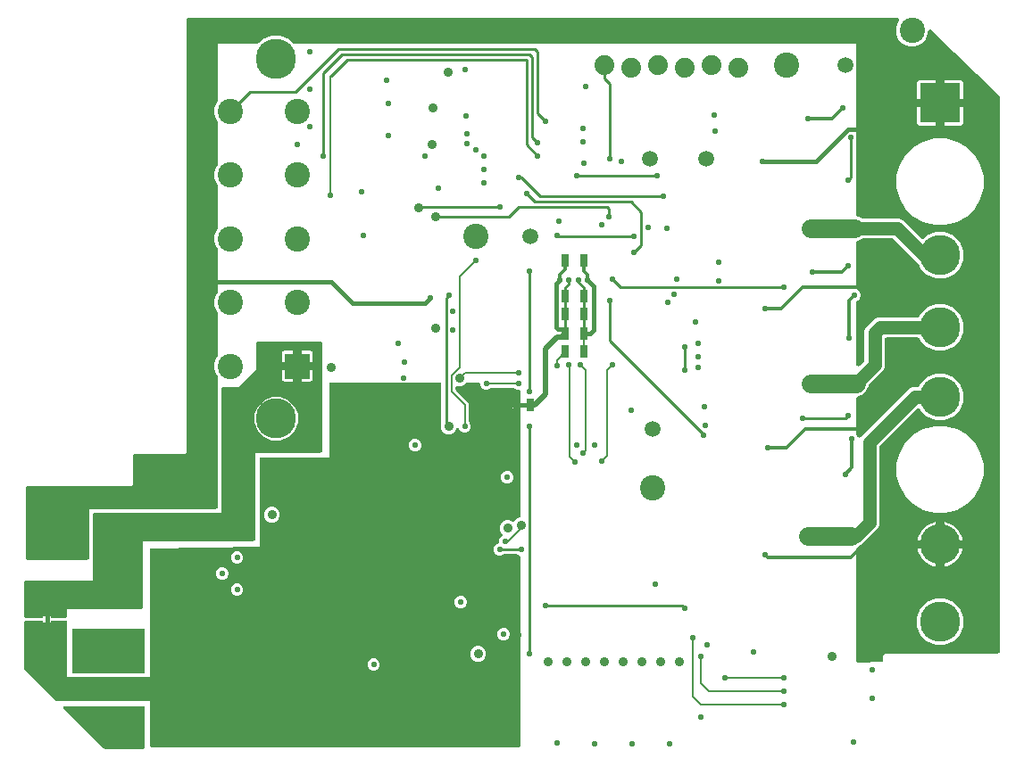
<source format=gtl>
G04 EAGLE Gerber RS-274X export*
G75*
%MOMM*%
%FSLAX34Y34*%
%LPD*%
%INTop Copper*%
%IPPOS*%
%AMOC8*
5,1,8,0,0,1.08239X$1,22.5*%
G01*
%ADD10R,3.816000X3.816000*%
%ADD11C,3.816000*%
%ADD12R,2.400000X2.400000*%
%ADD13C,2.400000*%
%ADD14C,1.879600*%
%ADD15R,9.652000X10.668000*%
%ADD16R,3.500000X1.600000*%
%ADD17R,0.800000X1.200000*%
%ADD18C,1.450000*%
%ADD19C,1.108000*%
%ADD20R,0.635000X1.270000*%
%ADD21C,0.406400*%
%ADD22R,1.270000X0.635000*%
%ADD23R,1.200000X1.200000*%
%ADD24R,0.900000X0.900000*%
%ADD25C,0.553200*%
%ADD26C,0.900000*%
%ADD27C,1.500000*%
%ADD28C,0.203200*%
%ADD29C,0.254000*%
%ADD30C,1.125000*%
%ADD31C,0.304800*%
%ADD32C,2.400300*%
%ADD33R,2.400300X2.400300*%
%ADD34C,0.508000*%
%ADD35C,1.275000*%
%ADD36C,1.270000*%
%ADD37C,1.778000*%
%ADD38C,0.177800*%

G36*
X792520Y83485D02*
X792520Y83485D01*
X792525Y83485D01*
X814115Y83963D01*
X814312Y83987D01*
X814505Y84010D01*
X814510Y84012D01*
X814515Y84012D01*
X814702Y84074D01*
X814888Y84135D01*
X814892Y84137D01*
X814897Y84139D01*
X815066Y84235D01*
X815239Y84333D01*
X815242Y84336D01*
X815247Y84338D01*
X815394Y84467D01*
X815544Y84596D01*
X815546Y84600D01*
X815550Y84603D01*
X815671Y84760D01*
X815790Y84914D01*
X815792Y84918D01*
X815795Y84922D01*
X815882Y85099D01*
X815970Y85275D01*
X815971Y85279D01*
X815973Y85284D01*
X816022Y85470D01*
X816074Y85663D01*
X816075Y85669D01*
X816076Y85673D01*
X816078Y85706D01*
X816101Y85994D01*
X816101Y90163D01*
X817887Y91949D01*
X924560Y91949D01*
X924578Y91951D01*
X924596Y91949D01*
X924778Y91970D01*
X924961Y91989D01*
X924978Y91994D01*
X924995Y91996D01*
X925170Y92053D01*
X925346Y92107D01*
X925361Y92115D01*
X925378Y92121D01*
X925538Y92211D01*
X925700Y92299D01*
X925713Y92310D01*
X925729Y92319D01*
X925868Y92439D01*
X926009Y92556D01*
X926020Y92570D01*
X926034Y92582D01*
X926146Y92727D01*
X926261Y92870D01*
X926269Y92886D01*
X926280Y92900D01*
X926362Y93065D01*
X926447Y93227D01*
X926452Y93244D01*
X926460Y93260D01*
X926507Y93439D01*
X926558Y93614D01*
X926560Y93632D01*
X926564Y93649D01*
X926591Y93980D01*
X926591Y620147D01*
X926587Y620190D01*
X926589Y620233D01*
X926567Y620390D01*
X926551Y620547D01*
X926539Y620589D01*
X926532Y620632D01*
X926480Y620781D01*
X926433Y620932D01*
X926413Y620971D01*
X926398Y621012D01*
X926317Y621147D01*
X926241Y621286D01*
X926214Y621320D01*
X926191Y621357D01*
X926014Y621559D01*
X925984Y621596D01*
X925978Y621600D01*
X925973Y621607D01*
X861774Y683734D01*
X861622Y683854D01*
X861471Y683976D01*
X861465Y683979D01*
X861458Y683984D01*
X861284Y684073D01*
X861114Y684161D01*
X861107Y684163D01*
X861100Y684167D01*
X860913Y684219D01*
X860727Y684273D01*
X860719Y684273D01*
X860712Y684275D01*
X860521Y684289D01*
X860326Y684305D01*
X860318Y684305D01*
X860310Y684305D01*
X860118Y684281D01*
X859926Y684259D01*
X859919Y684256D01*
X859911Y684255D01*
X859727Y684194D01*
X859543Y684134D01*
X859536Y684130D01*
X859529Y684127D01*
X859361Y684031D01*
X859193Y683936D01*
X859187Y683931D01*
X859180Y683927D01*
X859034Y683799D01*
X858888Y683673D01*
X858883Y683666D01*
X858877Y683661D01*
X858759Y683507D01*
X858641Y683355D01*
X858638Y683348D01*
X858633Y683341D01*
X858548Y683167D01*
X858462Y682994D01*
X858460Y682986D01*
X858456Y682979D01*
X858408Y682793D01*
X858357Y682605D01*
X858357Y682597D01*
X858355Y682590D01*
X858352Y682542D01*
X858330Y682274D01*
X858330Y680266D01*
X856039Y674735D01*
X851805Y670501D01*
X846556Y668327D01*
X846555Y668326D01*
X846274Y668210D01*
X840286Y668210D01*
X834755Y670501D01*
X830521Y674735D01*
X828230Y680266D01*
X828230Y686254D01*
X830521Y691785D01*
X830719Y691984D01*
X830725Y691991D01*
X830732Y691996D01*
X830853Y692147D01*
X830975Y692295D01*
X830979Y692303D01*
X830984Y692310D01*
X831073Y692480D01*
X831163Y692651D01*
X831166Y692660D01*
X831170Y692667D01*
X831223Y692852D01*
X831278Y693037D01*
X831279Y693046D01*
X831281Y693054D01*
X831297Y693247D01*
X831314Y693438D01*
X831313Y693447D01*
X831314Y693456D01*
X831292Y693645D01*
X831271Y693838D01*
X831268Y693847D01*
X831267Y693855D01*
X831207Y694039D01*
X831149Y694222D01*
X831145Y694230D01*
X831142Y694238D01*
X831047Y694407D01*
X830955Y694574D01*
X830949Y694581D01*
X830944Y694589D01*
X830819Y694734D01*
X830694Y694881D01*
X830687Y694887D01*
X830681Y694894D01*
X830530Y695011D01*
X830378Y695131D01*
X830370Y695135D01*
X830363Y695140D01*
X830191Y695226D01*
X830019Y695313D01*
X830011Y695316D01*
X830003Y695320D01*
X829815Y695370D01*
X829631Y695421D01*
X829623Y695422D01*
X829614Y695424D01*
X829283Y695451D01*
X157480Y695451D01*
X157462Y695449D01*
X157444Y695451D01*
X157262Y695430D01*
X157079Y695411D01*
X157062Y695406D01*
X157045Y695404D01*
X156870Y695347D01*
X156694Y695293D01*
X156679Y695285D01*
X156662Y695279D01*
X156502Y695189D01*
X156340Y695101D01*
X156327Y695090D01*
X156311Y695081D01*
X156172Y694961D01*
X156031Y694844D01*
X156020Y694830D01*
X156006Y694818D01*
X155894Y694673D01*
X155779Y694530D01*
X155771Y694514D01*
X155760Y694500D01*
X155678Y694335D01*
X155593Y694173D01*
X155588Y694156D01*
X155580Y694140D01*
X155533Y693961D01*
X155482Y693786D01*
X155480Y693768D01*
X155476Y693751D01*
X155449Y693420D01*
X155449Y287022D01*
X155449Y287021D01*
X155449Y287020D01*
X155449Y283217D01*
X153663Y281431D01*
X106680Y281431D01*
X106662Y281429D01*
X106644Y281431D01*
X106462Y281410D01*
X106279Y281391D01*
X106262Y281386D01*
X106245Y281384D01*
X106070Y281327D01*
X105894Y281273D01*
X105879Y281265D01*
X105862Y281259D01*
X105702Y281169D01*
X105540Y281081D01*
X105527Y281070D01*
X105511Y281061D01*
X105372Y280941D01*
X105231Y280824D01*
X105220Y280810D01*
X105206Y280798D01*
X105094Y280653D01*
X104979Y280510D01*
X104971Y280494D01*
X104960Y280480D01*
X104878Y280315D01*
X104793Y280153D01*
X104788Y280136D01*
X104780Y280120D01*
X104733Y279941D01*
X104682Y279766D01*
X104680Y279748D01*
X104676Y279731D01*
X104649Y279400D01*
X104649Y252737D01*
X102863Y250951D01*
X5080Y250951D01*
X5062Y250949D01*
X5044Y250951D01*
X4862Y250930D01*
X4679Y250911D01*
X4662Y250906D01*
X4645Y250904D01*
X4470Y250847D01*
X4294Y250793D01*
X4279Y250785D01*
X4262Y250779D01*
X4102Y250689D01*
X3940Y250601D01*
X3927Y250590D01*
X3911Y250581D01*
X3772Y250461D01*
X3631Y250344D01*
X3620Y250330D01*
X3606Y250318D01*
X3494Y250173D01*
X3379Y250030D01*
X3371Y250014D01*
X3360Y250000D01*
X3278Y249835D01*
X3193Y249673D01*
X3188Y249656D01*
X3180Y249640D01*
X3133Y249461D01*
X3082Y249286D01*
X3080Y249268D01*
X3076Y249251D01*
X3049Y248920D01*
X3049Y182880D01*
X3051Y182862D01*
X3049Y182844D01*
X3070Y182662D01*
X3089Y182479D01*
X3094Y182462D01*
X3096Y182445D01*
X3153Y182270D01*
X3207Y182094D01*
X3215Y182079D01*
X3221Y182062D01*
X3311Y181902D01*
X3399Y181740D01*
X3410Y181727D01*
X3419Y181711D01*
X3539Y181572D01*
X3656Y181431D01*
X3670Y181420D01*
X3682Y181407D01*
X3827Y181294D01*
X3970Y181179D01*
X3986Y181171D01*
X4000Y181160D01*
X4165Y181078D01*
X4327Y180993D01*
X4344Y180988D01*
X4360Y180980D01*
X4539Y180933D01*
X4714Y180882D01*
X4732Y180880D01*
X4749Y180876D01*
X5080Y180849D01*
X60960Y180849D01*
X60978Y180851D01*
X60996Y180849D01*
X61178Y180870D01*
X61361Y180889D01*
X61378Y180894D01*
X61395Y180896D01*
X61570Y180953D01*
X61746Y181007D01*
X61761Y181015D01*
X61778Y181021D01*
X61938Y181111D01*
X62100Y181199D01*
X62113Y181210D01*
X62129Y181219D01*
X62268Y181339D01*
X62409Y181456D01*
X62420Y181470D01*
X62434Y181482D01*
X62546Y181627D01*
X62661Y181770D01*
X62669Y181786D01*
X62680Y181800D01*
X62762Y181965D01*
X62847Y182127D01*
X62852Y182144D01*
X62860Y182161D01*
X62907Y182339D01*
X62958Y182514D01*
X62960Y182532D01*
X62964Y182549D01*
X62991Y182880D01*
X62991Y229109D01*
X182880Y229109D01*
X182898Y229111D01*
X182916Y229109D01*
X183098Y229130D01*
X183281Y229149D01*
X183298Y229154D01*
X183315Y229156D01*
X183490Y229213D01*
X183666Y229267D01*
X183681Y229275D01*
X183698Y229281D01*
X183858Y229371D01*
X184020Y229459D01*
X184033Y229470D01*
X184049Y229479D01*
X184188Y229599D01*
X184329Y229716D01*
X184340Y229730D01*
X184354Y229742D01*
X184466Y229887D01*
X184581Y230030D01*
X184589Y230046D01*
X184600Y230060D01*
X184682Y230225D01*
X184767Y230387D01*
X184772Y230404D01*
X184780Y230421D01*
X184827Y230599D01*
X184878Y230774D01*
X184880Y230792D01*
X184884Y230809D01*
X184911Y231140D01*
X184911Y354559D01*
X184909Y354586D01*
X184911Y354613D01*
X184889Y354786D01*
X184871Y354960D01*
X184863Y354986D01*
X184860Y355012D01*
X184805Y355178D01*
X184753Y355345D01*
X184740Y355368D01*
X184732Y355394D01*
X184645Y355545D01*
X184561Y355699D01*
X184544Y355719D01*
X184531Y355743D01*
X184316Y355996D01*
X184092Y356220D01*
X181801Y361751D01*
X181801Y367737D01*
X184092Y373268D01*
X184316Y373492D01*
X184333Y373513D01*
X184354Y373531D01*
X184461Y373669D01*
X184571Y373804D01*
X184584Y373828D01*
X184600Y373849D01*
X184678Y374005D01*
X184760Y374160D01*
X184768Y374185D01*
X184780Y374209D01*
X184825Y374378D01*
X184875Y374545D01*
X184877Y374572D01*
X184884Y374598D01*
X184911Y374929D01*
X184911Y415011D01*
X184909Y415038D01*
X184911Y415065D01*
X184889Y415238D01*
X184871Y415412D01*
X184863Y415438D01*
X184860Y415464D01*
X184805Y415630D01*
X184753Y415797D01*
X184740Y415820D01*
X184732Y415846D01*
X184645Y415997D01*
X184561Y416151D01*
X184544Y416171D01*
X184531Y416195D01*
X184316Y416448D01*
X184092Y416672D01*
X181801Y422203D01*
X181801Y428189D01*
X184092Y433720D01*
X184316Y433944D01*
X184333Y433965D01*
X184354Y433983D01*
X184461Y434121D01*
X184571Y434256D01*
X184584Y434280D01*
X184600Y434301D01*
X184678Y434457D01*
X184760Y434612D01*
X184768Y434637D01*
X184780Y434661D01*
X184825Y434830D01*
X184875Y434997D01*
X184877Y435024D01*
X184884Y435050D01*
X184911Y435381D01*
X184911Y475463D01*
X184909Y475490D01*
X184911Y475517D01*
X184889Y475690D01*
X184871Y475864D01*
X184863Y475890D01*
X184860Y475916D01*
X184805Y476082D01*
X184753Y476249D01*
X184740Y476272D01*
X184732Y476298D01*
X184645Y476449D01*
X184561Y476603D01*
X184544Y476623D01*
X184531Y476647D01*
X184316Y476900D01*
X184092Y477124D01*
X181801Y482655D01*
X181801Y488641D01*
X184092Y494172D01*
X184316Y494396D01*
X184320Y494401D01*
X184324Y494405D01*
X184337Y494420D01*
X184354Y494435D01*
X184461Y494573D01*
X184571Y494708D01*
X184584Y494732D01*
X184600Y494753D01*
X184678Y494909D01*
X184760Y495064D01*
X184768Y495089D01*
X184780Y495113D01*
X184825Y495282D01*
X184875Y495449D01*
X184877Y495476D01*
X184884Y495502D01*
X184911Y495833D01*
X184911Y535915D01*
X184909Y535942D01*
X184911Y535969D01*
X184889Y536142D01*
X184871Y536316D01*
X184863Y536342D01*
X184860Y536368D01*
X184805Y536534D01*
X184753Y536701D01*
X184740Y536724D01*
X184732Y536750D01*
X184645Y536901D01*
X184561Y537055D01*
X184544Y537075D01*
X184531Y537099D01*
X184316Y537352D01*
X184092Y537576D01*
X181801Y543107D01*
X181801Y549093D01*
X184092Y554624D01*
X184316Y554848D01*
X184333Y554869D01*
X184354Y554887D01*
X184461Y555025D01*
X184571Y555160D01*
X184584Y555184D01*
X184600Y555205D01*
X184678Y555361D01*
X184760Y555516D01*
X184768Y555541D01*
X184780Y555565D01*
X184825Y555734D01*
X184875Y555901D01*
X184877Y555928D01*
X184884Y555954D01*
X184911Y556285D01*
X184911Y596367D01*
X184909Y596394D01*
X184911Y596421D01*
X184889Y596594D01*
X184871Y596768D01*
X184863Y596794D01*
X184860Y596820D01*
X184805Y596986D01*
X184753Y597153D01*
X184740Y597176D01*
X184732Y597202D01*
X184645Y597353D01*
X184561Y597507D01*
X184544Y597527D01*
X184531Y597551D01*
X184316Y597804D01*
X184092Y598028D01*
X181801Y603559D01*
X181801Y609545D01*
X184092Y615076D01*
X184316Y615300D01*
X184333Y615321D01*
X184354Y615339D01*
X184461Y615477D01*
X184571Y615612D01*
X184584Y615636D01*
X184600Y615657D01*
X184678Y615813D01*
X184760Y615968D01*
X184768Y615993D01*
X184780Y616017D01*
X184825Y616186D01*
X184875Y616353D01*
X184877Y616380D01*
X184884Y616406D01*
X184911Y616737D01*
X184911Y671069D01*
X222373Y671069D01*
X222399Y671071D01*
X222426Y671069D01*
X222600Y671091D01*
X222773Y671109D01*
X222799Y671117D01*
X222825Y671120D01*
X222991Y671176D01*
X223158Y671227D01*
X223182Y671240D01*
X223207Y671248D01*
X223359Y671335D01*
X223512Y671419D01*
X223533Y671436D01*
X223556Y671449D01*
X223809Y671664D01*
X227241Y675096D01*
X235374Y678465D01*
X244178Y678465D01*
X252311Y675096D01*
X255743Y671664D01*
X255764Y671647D01*
X255781Y671627D01*
X255919Y671519D01*
X256055Y671409D01*
X256078Y671396D01*
X256099Y671380D01*
X256256Y671302D01*
X256410Y671220D01*
X256436Y671212D01*
X256460Y671200D01*
X256629Y671155D01*
X256796Y671105D01*
X256823Y671103D01*
X256849Y671096D01*
X257179Y671069D01*
X790449Y671069D01*
X790449Y583766D01*
X790452Y583735D01*
X790450Y583704D01*
X790472Y583534D01*
X790489Y583366D01*
X790498Y583336D01*
X790502Y583305D01*
X790603Y582989D01*
X790675Y582817D01*
X790675Y580503D01*
X790603Y580331D01*
X790594Y580301D01*
X790580Y580273D01*
X790536Y580109D01*
X790487Y579946D01*
X790484Y579915D01*
X790476Y579885D01*
X790449Y579554D01*
X790449Y508667D01*
X790451Y508645D01*
X790449Y508623D01*
X790471Y508445D01*
X790489Y508267D01*
X790495Y508245D01*
X790498Y508223D01*
X790554Y508052D01*
X790607Y507882D01*
X790617Y507862D01*
X790624Y507841D01*
X790713Y507685D01*
X790799Y507528D01*
X790813Y507511D01*
X790824Y507491D01*
X790942Y507356D01*
X791056Y507218D01*
X791074Y507204D01*
X791088Y507188D01*
X791231Y507078D01*
X791370Y506966D01*
X791390Y506956D01*
X791408Y506942D01*
X791703Y506791D01*
X795009Y505421D01*
X795136Y505294D01*
X795157Y505277D01*
X795174Y505256D01*
X795312Y505149D01*
X795448Y505039D01*
X795471Y505026D01*
X795493Y505010D01*
X795649Y504932D01*
X795803Y504850D01*
X795829Y504842D01*
X795853Y504830D01*
X796022Y504785D01*
X796189Y504735D01*
X796216Y504733D01*
X796242Y504726D01*
X796573Y504699D01*
X831180Y504699D01*
X834634Y503268D01*
X837564Y500338D01*
X851892Y486010D01*
X851906Y485998D01*
X851918Y485985D01*
X852062Y485871D01*
X852204Y485755D01*
X852219Y485746D01*
X852233Y485735D01*
X852398Y485652D01*
X852559Y485566D01*
X852576Y485561D01*
X852592Y485553D01*
X852770Y485503D01*
X852945Y485451D01*
X852963Y485450D01*
X852980Y485445D01*
X853163Y485431D01*
X853346Y485415D01*
X853364Y485417D01*
X853382Y485415D01*
X853564Y485438D01*
X853747Y485458D01*
X853764Y485464D01*
X853781Y485466D01*
X853955Y485524D01*
X854130Y485580D01*
X854146Y485588D01*
X854163Y485594D01*
X854322Y485686D01*
X854483Y485774D01*
X854496Y485786D01*
X854512Y485795D01*
X854765Y486010D01*
X857415Y488660D01*
X865295Y491924D01*
X865548Y492029D01*
X874352Y492029D01*
X882485Y488660D01*
X888710Y482435D01*
X892079Y474302D01*
X892079Y465498D01*
X888710Y457365D01*
X882485Y451140D01*
X877201Y448952D01*
X877201Y448951D01*
X874352Y447771D01*
X865548Y447771D01*
X857415Y451140D01*
X851190Y457365D01*
X849391Y461708D01*
X849376Y461736D01*
X849366Y461766D01*
X849281Y461913D01*
X849201Y462063D01*
X849181Y462087D01*
X849165Y462114D01*
X848951Y462367D01*
X826012Y485306D01*
X825991Y485323D01*
X825974Y485344D01*
X825836Y485451D01*
X825700Y485561D01*
X825677Y485574D01*
X825656Y485590D01*
X825499Y485668D01*
X825345Y485750D01*
X825319Y485758D01*
X825295Y485770D01*
X825126Y485815D01*
X824959Y485865D01*
X824932Y485867D01*
X824906Y485874D01*
X824576Y485901D01*
X796573Y485901D01*
X796546Y485899D01*
X796519Y485901D01*
X796345Y485879D01*
X796172Y485861D01*
X796146Y485854D01*
X796120Y485850D01*
X795954Y485795D01*
X795787Y485743D01*
X795763Y485730D01*
X795738Y485722D01*
X795586Y485635D01*
X795433Y485551D01*
X795413Y485534D01*
X795389Y485521D01*
X795136Y485306D01*
X795009Y485179D01*
X791703Y483809D01*
X791683Y483799D01*
X791662Y483792D01*
X791505Y483704D01*
X791348Y483619D01*
X791331Y483605D01*
X791311Y483594D01*
X791175Y483477D01*
X791037Y483363D01*
X791023Y483345D01*
X791007Y483331D01*
X790897Y483189D01*
X790784Y483050D01*
X790773Y483030D01*
X790760Y483013D01*
X790680Y482852D01*
X790597Y482694D01*
X790590Y482672D01*
X790580Y482652D01*
X790534Y482479D01*
X790484Y482307D01*
X790482Y482285D01*
X790476Y482263D01*
X790449Y481933D01*
X790449Y438884D01*
X790451Y438862D01*
X790449Y438839D01*
X790471Y438662D01*
X790489Y438483D01*
X790495Y438462D01*
X790498Y438440D01*
X790554Y438270D01*
X790607Y438098D01*
X790617Y438079D01*
X790624Y438058D01*
X790713Y437902D01*
X790799Y437744D01*
X790813Y437727D01*
X790824Y437708D01*
X790942Y437573D01*
X791056Y437435D01*
X791074Y437421D01*
X791088Y437404D01*
X791231Y437295D01*
X791370Y437183D01*
X791390Y437173D01*
X791408Y437159D01*
X791703Y437007D01*
X791939Y436909D01*
X793575Y435274D01*
X794460Y433136D01*
X794460Y430823D01*
X793575Y428686D01*
X791939Y427050D01*
X791703Y426952D01*
X791683Y426942D01*
X791662Y426935D01*
X791506Y426847D01*
X791348Y426762D01*
X791331Y426748D01*
X791311Y426737D01*
X791176Y426620D01*
X791037Y426506D01*
X791023Y426488D01*
X791007Y426474D01*
X790897Y426333D01*
X790784Y426193D01*
X790773Y426173D01*
X790760Y426156D01*
X790680Y425995D01*
X790597Y425837D01*
X790590Y425815D01*
X790580Y425795D01*
X790534Y425622D01*
X790484Y425450D01*
X790482Y425428D01*
X790476Y425406D01*
X790449Y425076D01*
X790449Y366684D01*
X790450Y366676D01*
X790449Y366667D01*
X790470Y366475D01*
X790489Y366284D01*
X790491Y366275D01*
X790492Y366266D01*
X790550Y366084D01*
X790607Y365899D01*
X790611Y365891D01*
X790614Y365883D01*
X790707Y365714D01*
X790799Y365545D01*
X790804Y365538D01*
X790809Y365530D01*
X790933Y365383D01*
X791056Y365236D01*
X791063Y365230D01*
X791069Y365223D01*
X791220Y365104D01*
X791370Y364983D01*
X791378Y364979D01*
X791385Y364974D01*
X791558Y364886D01*
X791727Y364798D01*
X791736Y364795D01*
X791744Y364791D01*
X791930Y364739D01*
X792114Y364686D01*
X792123Y364686D01*
X792132Y364683D01*
X792325Y364669D01*
X792516Y364654D01*
X792524Y364655D01*
X792533Y364654D01*
X792726Y364678D01*
X792915Y364700D01*
X792924Y364703D01*
X792933Y364704D01*
X793116Y364766D01*
X793298Y364825D01*
X793306Y364830D01*
X793314Y364833D01*
X793481Y364929D01*
X793649Y365023D01*
X793656Y365029D01*
X793663Y365033D01*
X793916Y365248D01*
X797726Y369058D01*
X797743Y369079D01*
X797764Y369096D01*
X797870Y369234D01*
X797981Y369370D01*
X797994Y369393D01*
X798010Y369414D01*
X798088Y369570D01*
X798170Y369725D01*
X798178Y369751D01*
X798190Y369775D01*
X798235Y369944D01*
X798285Y370111D01*
X798287Y370138D01*
X798294Y370164D01*
X798321Y370494D01*
X798321Y398110D01*
X799752Y401564D01*
X807476Y409288D01*
X810930Y410719D01*
X848534Y410719D01*
X848556Y410721D01*
X848578Y410719D01*
X848756Y410741D01*
X848934Y410759D01*
X848956Y410765D01*
X848978Y410768D01*
X849148Y410824D01*
X849319Y410877D01*
X849339Y410887D01*
X849360Y410894D01*
X849516Y410983D01*
X849673Y411069D01*
X849691Y411083D01*
X849710Y411094D01*
X849845Y411212D01*
X849983Y411326D01*
X849997Y411344D01*
X850013Y411358D01*
X850123Y411500D01*
X850235Y411640D01*
X850245Y411660D01*
X850259Y411678D01*
X850410Y411973D01*
X851190Y413855D01*
X857415Y420080D01*
X859226Y420830D01*
X865548Y423449D01*
X874352Y423449D01*
X882485Y420080D01*
X888710Y413855D01*
X892079Y405722D01*
X892079Y396918D01*
X888710Y388785D01*
X882485Y382560D01*
X874352Y379191D01*
X865548Y379191D01*
X857415Y382560D01*
X851190Y388785D01*
X850410Y390667D01*
X850400Y390687D01*
X850393Y390708D01*
X850305Y390865D01*
X850220Y391022D01*
X850206Y391039D01*
X850195Y391059D01*
X850078Y391195D01*
X849964Y391333D01*
X849947Y391347D01*
X849932Y391364D01*
X849791Y391473D01*
X849651Y391586D01*
X849631Y391597D01*
X849614Y391610D01*
X849453Y391690D01*
X849295Y391773D01*
X849273Y391780D01*
X849253Y391790D01*
X849080Y391836D01*
X848908Y391886D01*
X848886Y391888D01*
X848865Y391894D01*
X848534Y391921D01*
X819150Y391921D01*
X819132Y391919D01*
X819114Y391921D01*
X818932Y391900D01*
X818749Y391881D01*
X818732Y391876D01*
X818715Y391874D01*
X818540Y391817D01*
X818364Y391763D01*
X818349Y391755D01*
X818332Y391749D01*
X818172Y391659D01*
X818010Y391571D01*
X817997Y391560D01*
X817981Y391551D01*
X817842Y391431D01*
X817701Y391314D01*
X817690Y391300D01*
X817676Y391288D01*
X817564Y391143D01*
X817449Y391000D01*
X817441Y390984D01*
X817430Y390970D01*
X817348Y390805D01*
X817263Y390643D01*
X817258Y390626D01*
X817250Y390610D01*
X817203Y390431D01*
X817152Y390256D01*
X817150Y390238D01*
X817146Y390221D01*
X817119Y389890D01*
X817119Y363890D01*
X815688Y360436D01*
X802474Y347222D01*
X802457Y347201D01*
X802436Y347184D01*
X802329Y347046D01*
X802219Y346910D01*
X802206Y346887D01*
X802190Y346866D01*
X802112Y346709D01*
X802030Y346555D01*
X802022Y346529D01*
X802010Y346505D01*
X801965Y346336D01*
X801915Y346169D01*
X801913Y346142D01*
X801906Y346116D01*
X801879Y345786D01*
X801879Y345605D01*
X800061Y341217D01*
X796703Y337859D01*
X792262Y336020D01*
X792079Y336001D01*
X792062Y335996D01*
X792045Y335994D01*
X791870Y335937D01*
X791694Y335883D01*
X791679Y335875D01*
X791662Y335869D01*
X791502Y335779D01*
X791340Y335691D01*
X791327Y335680D01*
X791311Y335671D01*
X791172Y335551D01*
X791031Y335434D01*
X791020Y335420D01*
X791007Y335408D01*
X790894Y335263D01*
X790779Y335120D01*
X790771Y335104D01*
X790760Y335090D01*
X790678Y334925D01*
X790593Y334763D01*
X790588Y334746D01*
X790580Y334730D01*
X790533Y334551D01*
X790482Y334376D01*
X790480Y334358D01*
X790476Y334341D01*
X790449Y334010D01*
X790449Y300408D01*
X790451Y300382D01*
X790449Y300355D01*
X790471Y300181D01*
X790489Y300008D01*
X790497Y299982D01*
X790500Y299956D01*
X790556Y299790D01*
X790607Y299623D01*
X790620Y299599D01*
X790628Y299574D01*
X790715Y299422D01*
X790799Y299269D01*
X790816Y299248D01*
X790829Y299225D01*
X791044Y298972D01*
X791269Y298747D01*
X791490Y298214D01*
X791496Y298202D01*
X791500Y298189D01*
X791591Y298025D01*
X791680Y297859D01*
X791689Y297848D01*
X791695Y297837D01*
X791816Y297694D01*
X791936Y297548D01*
X791947Y297540D01*
X791956Y297530D01*
X792103Y297413D01*
X792249Y297295D01*
X792261Y297288D01*
X792271Y297280D01*
X792440Y297195D01*
X792606Y297108D01*
X792618Y297104D01*
X792630Y297098D01*
X792812Y297047D01*
X792992Y296994D01*
X793005Y296993D01*
X793018Y296990D01*
X793207Y296976D01*
X793393Y296960D01*
X793406Y296961D01*
X793420Y296960D01*
X793607Y296984D01*
X793793Y297005D01*
X793806Y297009D01*
X793819Y297011D01*
X793997Y297070D01*
X794177Y297128D01*
X794188Y297135D01*
X794201Y297139D01*
X794364Y297233D01*
X794528Y297325D01*
X794538Y297333D01*
X794550Y297340D01*
X794803Y297555D01*
X840496Y343248D01*
X843950Y344679D01*
X848534Y344679D01*
X848556Y344681D01*
X848578Y344679D01*
X848756Y344701D01*
X848934Y344719D01*
X848956Y344725D01*
X848978Y344728D01*
X849148Y344784D01*
X849319Y344837D01*
X849339Y344847D01*
X849360Y344854D01*
X849516Y344943D01*
X849673Y345029D01*
X849691Y345043D01*
X849710Y345054D01*
X849845Y345172D01*
X849983Y345286D01*
X849997Y345304D01*
X850013Y345318D01*
X850123Y345460D01*
X850235Y345600D01*
X850245Y345620D01*
X850259Y345638D01*
X850410Y345933D01*
X851190Y347815D01*
X857415Y354040D01*
X865548Y357409D01*
X874352Y357409D01*
X882485Y354040D01*
X888710Y347815D01*
X892079Y339682D01*
X892079Y330878D01*
X888710Y322745D01*
X882485Y316520D01*
X874352Y313151D01*
X865548Y313151D01*
X857415Y316520D01*
X851190Y322745D01*
X851002Y323199D01*
X850996Y323210D01*
X850992Y323223D01*
X850901Y323388D01*
X850812Y323553D01*
X850804Y323564D01*
X850797Y323575D01*
X850676Y323719D01*
X850556Y323864D01*
X850545Y323872D01*
X850537Y323882D01*
X850389Y323999D01*
X850243Y324117D01*
X850231Y324124D01*
X850221Y324132D01*
X850053Y324217D01*
X849887Y324305D01*
X849874Y324308D01*
X849862Y324314D01*
X849681Y324365D01*
X849500Y324418D01*
X849487Y324419D01*
X849474Y324422D01*
X849286Y324436D01*
X849099Y324452D01*
X849086Y324451D01*
X849072Y324452D01*
X848885Y324428D01*
X848699Y324407D01*
X848686Y324403D01*
X848673Y324401D01*
X848495Y324341D01*
X848316Y324284D01*
X848304Y324277D01*
X848291Y324273D01*
X848128Y324179D01*
X847964Y324088D01*
X847954Y324079D01*
X847942Y324072D01*
X847689Y323858D01*
X812634Y288802D01*
X812617Y288781D01*
X812596Y288764D01*
X812489Y288626D01*
X812379Y288490D01*
X812366Y288467D01*
X812350Y288446D01*
X812272Y288289D01*
X812190Y288135D01*
X812182Y288109D01*
X812170Y288085D01*
X812125Y287916D01*
X812075Y287749D01*
X812073Y287722D01*
X812066Y287696D01*
X812039Y287366D01*
X812039Y214030D01*
X810608Y210576D01*
X807678Y207647D01*
X807678Y207646D01*
X798264Y198232D01*
X795334Y195303D01*
X794713Y195045D01*
X794404Y194917D01*
X794377Y194903D01*
X794347Y194893D01*
X794199Y194807D01*
X794049Y194727D01*
X794025Y194707D01*
X793998Y194692D01*
X793745Y194477D01*
X792319Y193050D01*
X791703Y192795D01*
X791683Y192785D01*
X791662Y192778D01*
X791506Y192690D01*
X791348Y192605D01*
X791331Y192591D01*
X791311Y192580D01*
X791176Y192463D01*
X791037Y192349D01*
X791023Y192331D01*
X791007Y192317D01*
X790897Y192176D01*
X790784Y192036D01*
X790773Y192016D01*
X790760Y191999D01*
X790680Y191838D01*
X790597Y191680D01*
X790590Y191658D01*
X790580Y191638D01*
X790534Y191465D01*
X790484Y191293D01*
X790482Y191271D01*
X790476Y191249D01*
X790449Y190919D01*
X790449Y85516D01*
X790453Y85476D01*
X790450Y85435D01*
X790473Y85275D01*
X790489Y85115D01*
X790501Y85077D01*
X790506Y85036D01*
X790560Y84884D01*
X790607Y84730D01*
X790626Y84695D01*
X790639Y84657D01*
X790722Y84518D01*
X790799Y84376D01*
X790824Y84345D01*
X790845Y84310D01*
X790953Y84191D01*
X791056Y84067D01*
X791088Y84042D01*
X791115Y84012D01*
X791245Y83916D01*
X791370Y83815D01*
X791406Y83796D01*
X791438Y83772D01*
X791585Y83703D01*
X791727Y83629D01*
X791766Y83618D01*
X791803Y83601D01*
X791959Y83562D01*
X792114Y83518D01*
X792155Y83514D01*
X792194Y83505D01*
X792482Y83488D01*
X792516Y83485D01*
X792520Y83485D01*
G37*
G36*
X470720Y3064D02*
X470720Y3064D01*
X470839Y3071D01*
X470877Y3084D01*
X470917Y3089D01*
X471028Y3132D01*
X471141Y3169D01*
X471175Y3191D01*
X471213Y3206D01*
X471309Y3275D01*
X471410Y3339D01*
X471438Y3369D01*
X471470Y3392D01*
X471546Y3484D01*
X471628Y3571D01*
X471647Y3606D01*
X471673Y3637D01*
X471724Y3745D01*
X471781Y3849D01*
X471791Y3889D01*
X471809Y3925D01*
X471831Y4042D01*
X471861Y4157D01*
X471865Y4217D01*
X471868Y4237D01*
X471867Y4258D01*
X471871Y4318D01*
X471871Y183594D01*
X471867Y183623D01*
X471870Y183653D01*
X471847Y183781D01*
X471831Y183909D01*
X471820Y183937D01*
X471815Y183966D01*
X471762Y184084D01*
X471714Y184205D01*
X471697Y184229D01*
X471685Y184256D01*
X471604Y184357D01*
X471527Y184462D01*
X471505Y184481D01*
X471486Y184504D01*
X471382Y184582D01*
X471282Y184665D01*
X471256Y184678D01*
X471232Y184696D01*
X471087Y184766D01*
X469146Y185570D01*
X468907Y185810D01*
X468829Y185870D01*
X468757Y185938D01*
X468704Y185967D01*
X468656Y186004D01*
X468565Y186044D01*
X468478Y186092D01*
X468420Y186107D01*
X468364Y186131D01*
X468266Y186146D01*
X468170Y186171D01*
X468070Y186177D01*
X468050Y186181D01*
X468038Y186179D01*
X468010Y186181D01*
X456550Y186181D01*
X456452Y186169D01*
X456353Y186166D01*
X456295Y186149D01*
X456235Y186141D01*
X456143Y186105D01*
X456048Y186077D01*
X455995Y186047D01*
X455939Y186024D01*
X455859Y185966D01*
X455774Y185916D01*
X455698Y185850D01*
X455682Y185838D01*
X455674Y185828D01*
X455653Y185810D01*
X455414Y185570D01*
X453277Y184685D01*
X450963Y184685D01*
X448826Y185570D01*
X447190Y187206D01*
X446305Y189343D01*
X446305Y191657D01*
X447190Y193794D01*
X448826Y195430D01*
X450602Y196165D01*
X450627Y196180D01*
X450655Y196189D01*
X450765Y196258D01*
X450878Y196322D01*
X450899Y196343D01*
X450924Y196359D01*
X451013Y196453D01*
X451106Y196544D01*
X451122Y196569D01*
X451142Y196590D01*
X451205Y196704D01*
X451273Y196815D01*
X451281Y196843D01*
X451296Y196869D01*
X451328Y196995D01*
X451366Y197119D01*
X451368Y197148D01*
X451375Y197177D01*
X451385Y197338D01*
X451385Y199277D01*
X452270Y201414D01*
X453906Y203049D01*
X454222Y203180D01*
X454265Y203205D01*
X454312Y203222D01*
X454403Y203284D01*
X454498Y203338D01*
X454534Y203372D01*
X454575Y203400D01*
X454648Y203483D01*
X454727Y203559D01*
X454753Y203602D01*
X454786Y203639D01*
X454836Y203736D01*
X454893Y203830D01*
X454908Y203878D01*
X454930Y203922D01*
X454954Y204029D01*
X454987Y204134D01*
X454989Y204184D01*
X455000Y204232D01*
X454997Y204342D01*
X455002Y204452D01*
X454992Y204501D01*
X454990Y204550D01*
X454960Y204656D01*
X454938Y204763D01*
X454916Y204808D01*
X454902Y204856D01*
X454846Y204950D01*
X454798Y205049D01*
X454766Y205087D01*
X454740Y205130D01*
X454634Y205251D01*
X453340Y206544D01*
X452191Y209318D01*
X452191Y212322D01*
X453340Y215096D01*
X455464Y217220D01*
X458238Y218369D01*
X461242Y218369D01*
X464030Y217214D01*
X464055Y217186D01*
X464147Y217126D01*
X464234Y217058D01*
X464279Y217038D01*
X464321Y217011D01*
X464425Y216976D01*
X464525Y216932D01*
X464575Y216924D01*
X464622Y216908D01*
X464731Y216899D01*
X464840Y216882D01*
X464889Y216887D01*
X464939Y216883D01*
X465047Y216902D01*
X465156Y216912D01*
X465203Y216929D01*
X465252Y216937D01*
X465352Y216982D01*
X465455Y217019D01*
X465497Y217047D01*
X465542Y217068D01*
X465628Y217136D01*
X465719Y217198D01*
X465752Y217235D01*
X465790Y217266D01*
X465856Y217354D01*
X465929Y217436D01*
X465952Y217481D01*
X465982Y217520D01*
X466036Y217632D01*
X468164Y219760D01*
X471087Y220970D01*
X471113Y220985D01*
X471141Y220994D01*
X471251Y221064D01*
X471364Y221128D01*
X471385Y221149D01*
X471410Y221164D01*
X471499Y221259D01*
X471592Y221349D01*
X471608Y221374D01*
X471628Y221396D01*
X471690Y221510D01*
X471758Y221620D01*
X471767Y221649D01*
X471781Y221674D01*
X471814Y221800D01*
X471852Y221924D01*
X471853Y221954D01*
X471861Y221982D01*
X471871Y222143D01*
X471871Y321310D01*
X471856Y321428D01*
X471849Y321547D01*
X471836Y321585D01*
X471831Y321626D01*
X471787Y321736D01*
X471751Y321849D01*
X471729Y321884D01*
X471714Y321921D01*
X471644Y322017D01*
X471580Y322118D01*
X471551Y322146D01*
X471527Y322179D01*
X471436Y322255D01*
X471349Y322336D01*
X471313Y322356D01*
X471282Y322381D01*
X471175Y322432D01*
X471070Y322490D01*
X471031Y322500D01*
X470995Y322517D01*
X470878Y322539D01*
X470762Y322569D01*
X470702Y322573D01*
X470682Y322577D01*
X470662Y322575D01*
X470602Y322579D01*
X467619Y322579D01*
X465752Y323353D01*
X464323Y324782D01*
X463549Y326649D01*
X463549Y328671D01*
X464323Y330538D01*
X465752Y331967D01*
X467619Y332741D01*
X470602Y332741D01*
X470720Y332756D01*
X470839Y332763D01*
X470877Y332776D01*
X470917Y332781D01*
X471028Y332824D01*
X471141Y332861D01*
X471175Y332883D01*
X471213Y332898D01*
X471309Y332967D01*
X471410Y333031D01*
X471438Y333061D01*
X471470Y333084D01*
X471546Y333176D01*
X471628Y333263D01*
X471647Y333298D01*
X471673Y333329D01*
X471724Y333437D01*
X471781Y333541D01*
X471791Y333581D01*
X471809Y333617D01*
X471831Y333734D01*
X471861Y333849D01*
X471865Y333909D01*
X471868Y333929D01*
X471867Y333950D01*
X471871Y334010D01*
X471871Y340896D01*
X471856Y341014D01*
X471849Y341133D01*
X471836Y341171D01*
X471831Y341212D01*
X471787Y341322D01*
X471751Y341435D01*
X471729Y341470D01*
X471714Y341507D01*
X471644Y341603D01*
X471580Y341704D01*
X471551Y341732D01*
X471527Y341765D01*
X471436Y341841D01*
X471349Y341922D01*
X471313Y341942D01*
X471282Y341967D01*
X471175Y342018D01*
X471070Y342076D01*
X471031Y342086D01*
X470995Y342103D01*
X470878Y342125D01*
X470762Y342155D01*
X470702Y342159D01*
X470682Y342163D01*
X470662Y342161D01*
X470602Y342165D01*
X468743Y342165D01*
X466606Y343050D01*
X466113Y343544D01*
X466035Y343604D01*
X465963Y343672D01*
X465910Y343701D01*
X465862Y343738D01*
X465771Y343778D01*
X465684Y343826D01*
X465626Y343841D01*
X465570Y343865D01*
X465472Y343880D01*
X465376Y343905D01*
X465276Y343911D01*
X465256Y343915D01*
X465244Y343913D01*
X465216Y343915D01*
X444104Y343915D01*
X444006Y343903D01*
X443907Y343900D01*
X443849Y343883D01*
X443789Y343875D01*
X443697Y343839D01*
X443602Y343811D01*
X443549Y343781D01*
X443493Y343758D01*
X443413Y343700D01*
X443328Y343650D01*
X443252Y343584D01*
X443236Y343572D01*
X443228Y343562D01*
X443207Y343544D01*
X442714Y343050D01*
X440577Y342165D01*
X438263Y342165D01*
X436126Y343050D01*
X434490Y344686D01*
X433605Y346823D01*
X433605Y347980D01*
X433590Y348098D01*
X433583Y348217D01*
X433570Y348255D01*
X433565Y348296D01*
X433522Y348406D01*
X433485Y348519D01*
X433463Y348554D01*
X433448Y348591D01*
X433379Y348687D01*
X433315Y348788D01*
X433285Y348816D01*
X433262Y348849D01*
X433170Y348925D01*
X433083Y349006D01*
X433048Y349026D01*
X433017Y349051D01*
X432909Y349102D01*
X432805Y349160D01*
X432765Y349170D01*
X432729Y349187D01*
X432612Y349209D01*
X432497Y349239D01*
X432437Y349243D01*
X432417Y349247D01*
X432396Y349245D01*
X432336Y349249D01*
X421410Y349249D01*
X421312Y349237D01*
X421213Y349234D01*
X421155Y349217D01*
X421095Y349209D01*
X421003Y349173D01*
X420908Y349145D01*
X420856Y349115D01*
X420799Y349092D01*
X420719Y349034D01*
X420634Y348984D01*
X420559Y348918D01*
X420542Y348906D01*
X420534Y348896D01*
X420513Y348878D01*
X418296Y346660D01*
X415522Y345511D01*
X412518Y345511D01*
X412220Y345635D01*
X412172Y345648D01*
X412127Y345669D01*
X412019Y345690D01*
X411913Y345719D01*
X411863Y345720D01*
X411814Y345729D01*
X411705Y345722D01*
X411595Y345724D01*
X411547Y345712D01*
X411497Y345709D01*
X411393Y345676D01*
X411286Y345650D01*
X411242Y345627D01*
X411195Y345611D01*
X411102Y345553D01*
X411005Y345501D01*
X410968Y345468D01*
X410926Y345441D01*
X410851Y345361D01*
X410769Y345287D01*
X410742Y345246D01*
X410708Y345210D01*
X410655Y345113D01*
X410595Y345022D01*
X410578Y344974D01*
X410554Y344931D01*
X410527Y344825D01*
X410491Y344721D01*
X410487Y344671D01*
X410475Y344623D01*
X410465Y344462D01*
X410465Y342569D01*
X410477Y342471D01*
X410480Y342372D01*
X410497Y342314D01*
X410505Y342254D01*
X410541Y342162D01*
X410569Y342067D01*
X410599Y342015D01*
X410622Y341958D01*
X410680Y341878D01*
X410730Y341793D01*
X410796Y341717D01*
X410808Y341701D01*
X410818Y341693D01*
X410836Y341672D01*
X423165Y329344D01*
X423165Y312024D01*
X423177Y311926D01*
X423180Y311827D01*
X423197Y311769D01*
X423205Y311709D01*
X423241Y311617D01*
X423269Y311522D01*
X423299Y311469D01*
X423322Y311413D01*
X423380Y311333D01*
X423430Y311248D01*
X423496Y311172D01*
X423508Y311156D01*
X423518Y311148D01*
X423536Y311127D01*
X424030Y310634D01*
X424915Y308497D01*
X424915Y306183D01*
X424030Y304046D01*
X422394Y302410D01*
X420257Y301525D01*
X417943Y301525D01*
X415806Y302410D01*
X414170Y304046D01*
X413591Y305445D01*
X413522Y305566D01*
X413457Y305689D01*
X413444Y305704D01*
X413434Y305721D01*
X413337Y305821D01*
X413243Y305924D01*
X413226Y305935D01*
X413212Y305950D01*
X413094Y306022D01*
X412978Y306099D01*
X412958Y306105D01*
X412941Y306116D01*
X412809Y306157D01*
X412677Y306202D01*
X412656Y306204D01*
X412637Y306210D01*
X412499Y306216D01*
X412360Y306227D01*
X412340Y306224D01*
X412320Y306225D01*
X412184Y306197D01*
X412046Y306173D01*
X412028Y306165D01*
X412008Y306161D01*
X411883Y306099D01*
X411756Y306042D01*
X411741Y306030D01*
X411722Y306021D01*
X411616Y305930D01*
X411508Y305844D01*
X411496Y305828D01*
X411480Y305814D01*
X411400Y305701D01*
X411317Y305590D01*
X411304Y305564D01*
X411297Y305554D01*
X411290Y305535D01*
X411246Y305445D01*
X410260Y303064D01*
X408136Y300940D01*
X405362Y299791D01*
X402358Y299791D01*
X399584Y300940D01*
X397460Y303064D01*
X396311Y305838D01*
X396311Y308842D01*
X396905Y310274D01*
X396907Y310283D01*
X396912Y310291D01*
X396949Y310436D01*
X396989Y310581D01*
X396989Y310590D01*
X396991Y310599D01*
X397001Y310760D01*
X397001Y347980D01*
X396986Y348098D01*
X396979Y348217D01*
X396966Y348255D01*
X396961Y348296D01*
X396918Y348406D01*
X396881Y348519D01*
X396859Y348554D01*
X396844Y348591D01*
X396775Y348687D01*
X396711Y348788D01*
X396681Y348816D01*
X396658Y348849D01*
X396566Y348925D01*
X396479Y349006D01*
X396444Y349026D01*
X396413Y349051D01*
X396305Y349102D01*
X396201Y349160D01*
X396161Y349170D01*
X396125Y349187D01*
X396008Y349209D01*
X395893Y349239D01*
X395833Y349243D01*
X395813Y349247D01*
X395792Y349245D01*
X395732Y349249D01*
X292100Y349249D01*
X291982Y349234D01*
X291863Y349227D01*
X291825Y349214D01*
X291784Y349209D01*
X291674Y349166D01*
X291561Y349129D01*
X291526Y349107D01*
X291489Y349092D01*
X291393Y349023D01*
X291292Y348959D01*
X291264Y348929D01*
X291231Y348906D01*
X291156Y348814D01*
X291074Y348727D01*
X291054Y348692D01*
X291029Y348661D01*
X290978Y348553D01*
X290920Y348449D01*
X290910Y348409D01*
X290893Y348373D01*
X290871Y348256D01*
X290841Y348141D01*
X290837Y348081D01*
X290833Y348061D01*
X290835Y348040D01*
X290831Y347980D01*
X290831Y278129D01*
X226060Y278129D01*
X225942Y278114D01*
X225823Y278107D01*
X225785Y278094D01*
X225744Y278089D01*
X225634Y278046D01*
X225521Y278009D01*
X225486Y277987D01*
X225449Y277972D01*
X225353Y277903D01*
X225252Y277839D01*
X225224Y277809D01*
X225191Y277786D01*
X225116Y277694D01*
X225034Y277607D01*
X225014Y277572D01*
X224989Y277541D01*
X224938Y277433D01*
X224880Y277329D01*
X224870Y277289D01*
X224853Y277253D01*
X224831Y277136D01*
X224801Y277021D01*
X224797Y276961D01*
X224793Y276941D01*
X224795Y276920D01*
X224791Y276860D01*
X224791Y193343D01*
X121901Y191807D01*
X121793Y191792D01*
X121683Y191785D01*
X121636Y191769D01*
X121586Y191762D01*
X121485Y191721D01*
X121381Y191687D01*
X121338Y191660D01*
X121292Y191641D01*
X121205Y191575D01*
X121112Y191517D01*
X121078Y191480D01*
X121038Y191450D01*
X120969Y191365D01*
X120894Y191285D01*
X120870Y191241D01*
X120839Y191202D01*
X120793Y191102D01*
X120740Y191007D01*
X120728Y190958D01*
X120707Y190913D01*
X120688Y190805D01*
X120661Y190699D01*
X120656Y190621D01*
X120652Y190600D01*
X120654Y190582D01*
X120651Y190538D01*
X120651Y69849D01*
X41909Y69849D01*
X41909Y121920D01*
X41894Y122038D01*
X41887Y122157D01*
X41874Y122195D01*
X41869Y122236D01*
X41826Y122346D01*
X41789Y122459D01*
X41767Y122494D01*
X41752Y122531D01*
X41683Y122627D01*
X41619Y122728D01*
X41589Y122756D01*
X41566Y122789D01*
X41474Y122865D01*
X41387Y122946D01*
X41352Y122966D01*
X41321Y122991D01*
X41213Y123042D01*
X41109Y123100D01*
X41069Y123110D01*
X41033Y123127D01*
X40916Y123149D01*
X40801Y123179D01*
X40741Y123183D01*
X40721Y123187D01*
X40700Y123185D01*
X40640Y123189D01*
X27686Y123189D01*
X27568Y123174D01*
X27449Y123167D01*
X27411Y123154D01*
X27370Y123149D01*
X27260Y123106D01*
X27147Y123069D01*
X27112Y123047D01*
X27075Y123032D01*
X26979Y122963D01*
X26878Y122899D01*
X26850Y122869D01*
X26817Y122846D01*
X26741Y122754D01*
X26660Y122667D01*
X26640Y122632D01*
X26615Y122601D01*
X26564Y122493D01*
X26506Y122389D01*
X26496Y122349D01*
X26479Y122313D01*
X26457Y122196D01*
X26427Y122081D01*
X26423Y122021D01*
X26419Y122001D01*
X26421Y121980D01*
X26417Y121920D01*
X26417Y116637D01*
X24333Y114553D01*
X21387Y114553D01*
X19303Y116637D01*
X19303Y121920D01*
X19288Y122038D01*
X19281Y122157D01*
X19268Y122195D01*
X19263Y122236D01*
X19220Y122346D01*
X19183Y122459D01*
X19161Y122494D01*
X19146Y122531D01*
X19077Y122627D01*
X19013Y122728D01*
X18983Y122756D01*
X18960Y122789D01*
X18868Y122865D01*
X18781Y122946D01*
X18746Y122966D01*
X18715Y122991D01*
X18607Y123042D01*
X18503Y123100D01*
X18463Y123110D01*
X18427Y123127D01*
X18310Y123149D01*
X18195Y123179D01*
X18135Y123183D01*
X18115Y123187D01*
X18094Y123185D01*
X18034Y123189D01*
X2794Y123189D01*
X2676Y123174D01*
X2557Y123167D01*
X2519Y123154D01*
X2478Y123149D01*
X2368Y123106D01*
X2255Y123069D01*
X2220Y123047D01*
X2183Y123032D01*
X2087Y122963D01*
X1986Y122899D01*
X1958Y122869D01*
X1925Y122846D01*
X1849Y122754D01*
X1768Y122667D01*
X1748Y122632D01*
X1723Y122601D01*
X1672Y122493D01*
X1614Y122389D01*
X1604Y122349D01*
X1587Y122313D01*
X1565Y122196D01*
X1535Y122081D01*
X1531Y122021D01*
X1527Y122001D01*
X1529Y121980D01*
X1525Y121920D01*
X1525Y77357D01*
X1537Y77259D01*
X1540Y77160D01*
X1557Y77102D01*
X1565Y77042D01*
X1601Y76950D01*
X1629Y76855D01*
X1659Y76802D01*
X1682Y76746D01*
X1740Y76666D01*
X1790Y76581D01*
X1856Y76505D01*
X1868Y76489D01*
X1878Y76481D01*
X1896Y76460D01*
X30927Y47429D01*
X31005Y47369D01*
X31077Y47301D01*
X31130Y47272D01*
X31178Y47234D01*
X31269Y47195D01*
X31356Y47147D01*
X31414Y47132D01*
X31470Y47108D01*
X31568Y47093D01*
X31664Y47068D01*
X31764Y47061D01*
X31784Y47058D01*
X31796Y47059D01*
X31824Y47058D01*
X120651Y47058D01*
X120651Y4318D01*
X120666Y4200D01*
X120673Y4081D01*
X120686Y4043D01*
X120691Y4002D01*
X120734Y3892D01*
X120771Y3779D01*
X120793Y3744D01*
X120808Y3707D01*
X120878Y3611D01*
X120941Y3510D01*
X120971Y3482D01*
X120994Y3449D01*
X121086Y3373D01*
X121173Y3292D01*
X121208Y3272D01*
X121239Y3247D01*
X121347Y3196D01*
X121451Y3138D01*
X121491Y3128D01*
X121527Y3111D01*
X121644Y3089D01*
X121759Y3059D01*
X121820Y3055D01*
X121840Y3051D01*
X121860Y3053D01*
X121920Y3049D01*
X470602Y3049D01*
X470720Y3064D01*
G37*
G36*
X17785Y125713D02*
X17785Y125713D01*
X17809Y125715D01*
X17832Y125713D01*
X17982Y125736D01*
X18131Y125754D01*
X18153Y125762D01*
X18177Y125765D01*
X18318Y125821D01*
X18459Y125872D01*
X18479Y125885D01*
X18501Y125894D01*
X18625Y125980D01*
X18751Y126062D01*
X18768Y126079D01*
X18787Y126093D01*
X18888Y126205D01*
X18993Y126314D01*
X19005Y126334D01*
X19020Y126352D01*
X19094Y126484D01*
X19170Y126614D01*
X19177Y126636D01*
X19189Y126657D01*
X19230Y126802D01*
X19275Y126946D01*
X19277Y126969D01*
X19284Y126992D01*
X19303Y127236D01*
X19303Y132283D01*
X21387Y134367D01*
X24333Y134367D01*
X26417Y132283D01*
X26417Y127271D01*
X26420Y127242D01*
X26418Y127214D01*
X26440Y127070D01*
X26457Y126925D01*
X26466Y126898D01*
X26471Y126869D01*
X26525Y126734D01*
X26574Y126597D01*
X26590Y126572D01*
X26601Y126546D01*
X26684Y126426D01*
X26763Y126304D01*
X26784Y126284D01*
X26800Y126260D01*
X26909Y126163D01*
X27014Y126062D01*
X27039Y126047D01*
X27060Y126028D01*
X27188Y125958D01*
X27313Y125883D01*
X27340Y125874D01*
X27366Y125860D01*
X27506Y125821D01*
X27645Y125777D01*
X27674Y125774D01*
X27701Y125767D01*
X27945Y125748D01*
X40188Y125790D01*
X40203Y125792D01*
X40219Y125791D01*
X40377Y125813D01*
X40534Y125831D01*
X40549Y125837D01*
X40564Y125839D01*
X40713Y125897D01*
X40861Y125950D01*
X40875Y125959D01*
X40890Y125964D01*
X41021Y126054D01*
X41154Y126140D01*
X41165Y126152D01*
X41178Y126160D01*
X41285Y126277D01*
X41395Y126392D01*
X41403Y126405D01*
X41414Y126417D01*
X41492Y126555D01*
X41573Y126691D01*
X41578Y126706D01*
X41585Y126720D01*
X41630Y126872D01*
X41678Y127024D01*
X41679Y127040D01*
X41683Y127055D01*
X41706Y127298D01*
X41771Y133760D01*
X68442Y133760D01*
X68580Y133749D01*
X111760Y133749D01*
X111778Y133750D01*
X111796Y133749D01*
X111978Y133770D01*
X112161Y133789D01*
X112178Y133794D01*
X112195Y133796D01*
X112370Y133853D01*
X112546Y133907D01*
X112561Y133915D01*
X112578Y133921D01*
X112738Y134011D01*
X112900Y134098D01*
X112913Y134110D01*
X112929Y134119D01*
X113068Y134239D01*
X113209Y134356D01*
X113220Y134370D01*
X113234Y134382D01*
X113346Y134527D01*
X113461Y134670D01*
X113469Y134686D01*
X113480Y134700D01*
X113562Y134865D01*
X113647Y135027D01*
X113652Y135044D01*
X113660Y135060D01*
X113707Y135239D01*
X113758Y135414D01*
X113760Y135432D01*
X113764Y135449D01*
X113791Y135780D01*
X113791Y198629D01*
X218440Y198629D01*
X218458Y198631D01*
X218476Y198629D01*
X218658Y198650D01*
X218841Y198669D01*
X218858Y198674D01*
X218875Y198676D01*
X219050Y198733D01*
X219226Y198787D01*
X219241Y198795D01*
X219258Y198801D01*
X219418Y198891D01*
X219580Y198979D01*
X219593Y198990D01*
X219609Y198999D01*
X219748Y199119D01*
X219889Y199236D01*
X219900Y199250D01*
X219914Y199262D01*
X220026Y199407D01*
X220141Y199550D01*
X220149Y199566D01*
X220160Y199580D01*
X220242Y199745D01*
X220327Y199907D01*
X220332Y199924D01*
X220340Y199941D01*
X220387Y200119D01*
X220438Y200294D01*
X220440Y200312D01*
X220444Y200329D01*
X220471Y200660D01*
X220471Y282449D01*
X281940Y282449D01*
X281958Y282451D01*
X281976Y282449D01*
X282158Y282470D01*
X282341Y282489D01*
X282358Y282494D01*
X282375Y282496D01*
X282550Y282553D01*
X282726Y282607D01*
X282741Y282615D01*
X282758Y282621D01*
X282918Y282711D01*
X283080Y282799D01*
X283093Y282810D01*
X283109Y282819D01*
X283248Y282939D01*
X283389Y283056D01*
X283400Y283070D01*
X283414Y283082D01*
X283526Y283227D01*
X283641Y283370D01*
X283649Y283386D01*
X283660Y283400D01*
X283742Y283565D01*
X283827Y283727D01*
X283832Y283744D01*
X283840Y283761D01*
X283887Y283939D01*
X283938Y284114D01*
X283940Y284132D01*
X283944Y284149D01*
X283971Y284480D01*
X283971Y386080D01*
X283969Y386098D01*
X283971Y386116D01*
X283950Y386298D01*
X283931Y386481D01*
X283926Y386498D01*
X283924Y386515D01*
X283867Y386690D01*
X283813Y386866D01*
X283805Y386881D01*
X283799Y386898D01*
X283709Y387058D01*
X283621Y387220D01*
X283610Y387233D01*
X283601Y387249D01*
X283481Y387388D01*
X283364Y387529D01*
X283350Y387540D01*
X283338Y387554D01*
X283193Y387666D01*
X283050Y387781D01*
X283034Y387789D01*
X283020Y387800D01*
X282855Y387882D01*
X282693Y387967D01*
X282676Y387972D01*
X282660Y387980D01*
X282481Y388027D01*
X282306Y388078D01*
X282288Y388080D01*
X282271Y388084D01*
X281940Y388111D01*
X223520Y388111D01*
X223502Y388109D01*
X223484Y388111D01*
X223302Y388090D01*
X223119Y388071D01*
X223102Y388066D01*
X223085Y388064D01*
X222910Y388007D01*
X222734Y387953D01*
X222719Y387945D01*
X222702Y387939D01*
X222542Y387849D01*
X222380Y387761D01*
X222367Y387750D01*
X222351Y387741D01*
X222212Y387621D01*
X222071Y387504D01*
X222060Y387490D01*
X222047Y387478D01*
X221934Y387333D01*
X221819Y387190D01*
X221811Y387174D01*
X221800Y387160D01*
X221718Y386995D01*
X221633Y386833D01*
X221628Y386816D01*
X221620Y386800D01*
X221573Y386621D01*
X221522Y386446D01*
X221520Y386428D01*
X221516Y386411D01*
X221489Y386080D01*
X221489Y361521D01*
X204899Y344931D01*
X190500Y344931D01*
X190482Y344929D01*
X190464Y344931D01*
X190282Y344910D01*
X190099Y344891D01*
X190082Y344886D01*
X190065Y344884D01*
X189890Y344827D01*
X189714Y344773D01*
X189699Y344765D01*
X189682Y344759D01*
X189522Y344669D01*
X189360Y344581D01*
X189347Y344570D01*
X189331Y344561D01*
X189192Y344441D01*
X189051Y344324D01*
X189040Y344310D01*
X189027Y344298D01*
X188914Y344153D01*
X188799Y344010D01*
X188791Y343994D01*
X188780Y343980D01*
X188698Y343815D01*
X188613Y343653D01*
X188608Y343636D01*
X188600Y343620D01*
X188553Y343441D01*
X188502Y343266D01*
X188500Y343248D01*
X188496Y343231D01*
X188469Y342900D01*
X188469Y225551D01*
X68580Y225551D01*
X68560Y225549D01*
X68540Y225551D01*
X68360Y225529D01*
X68179Y225511D01*
X68160Y225505D01*
X68140Y225503D01*
X67968Y225446D01*
X67794Y225393D01*
X67777Y225384D01*
X67758Y225377D01*
X67600Y225288D01*
X67440Y225201D01*
X67425Y225189D01*
X67408Y225179D01*
X67270Y225059D01*
X67131Y224944D01*
X67119Y224928D01*
X67103Y224915D01*
X66992Y224771D01*
X66879Y224630D01*
X66870Y224612D01*
X66857Y224596D01*
X66777Y224433D01*
X66693Y224273D01*
X66688Y224253D01*
X66679Y224235D01*
X66632Y224061D01*
X66582Y223886D01*
X66580Y223866D01*
X66575Y223846D01*
X66549Y223516D01*
X66683Y161543D01*
X3048Y161543D01*
X3022Y161540D01*
X2996Y161542D01*
X2849Y161520D01*
X2702Y161503D01*
X2677Y161495D01*
X2651Y161491D01*
X2513Y161436D01*
X2374Y161386D01*
X2352Y161372D01*
X2327Y161362D01*
X2206Y161277D01*
X2081Y161197D01*
X2063Y161178D01*
X2041Y161163D01*
X1942Y161053D01*
X1839Y160946D01*
X1825Y160924D01*
X1808Y160904D01*
X1736Y160774D01*
X1660Y160647D01*
X1652Y160622D01*
X1639Y160599D01*
X1599Y160456D01*
X1554Y160315D01*
X1552Y160289D01*
X1544Y160264D01*
X1525Y160020D01*
X1525Y127185D01*
X1528Y127156D01*
X1526Y127127D01*
X1548Y126983D01*
X1565Y126838D01*
X1574Y126811D01*
X1579Y126783D01*
X1633Y126648D01*
X1682Y126510D01*
X1698Y126486D01*
X1709Y126459D01*
X1792Y126340D01*
X1871Y126217D01*
X1892Y126197D01*
X1908Y126174D01*
X2017Y126077D01*
X2122Y125975D01*
X2147Y125960D01*
X2168Y125941D01*
X2296Y125871D01*
X2421Y125796D01*
X2448Y125788D01*
X2474Y125774D01*
X2614Y125735D01*
X2753Y125690D01*
X2782Y125688D01*
X2809Y125680D01*
X3053Y125661D01*
X17785Y125713D01*
G37*
%LPC*%
G36*
X864533Y498601D02*
X864533Y498601D01*
X854067Y501405D01*
X844684Y506823D01*
X837023Y514484D01*
X831605Y523867D01*
X828801Y534333D01*
X828801Y545167D01*
X831605Y555633D01*
X837023Y565016D01*
X844684Y572677D01*
X854067Y578095D01*
X864533Y580899D01*
X875367Y580899D01*
X885833Y578095D01*
X895216Y572677D01*
X902877Y565016D01*
X908295Y555633D01*
X911099Y545167D01*
X911099Y534333D01*
X908295Y523867D01*
X902877Y514484D01*
X895216Y506823D01*
X885833Y501405D01*
X875367Y498601D01*
X864533Y498601D01*
G37*
%LPD*%
%LPC*%
G36*
X864533Y225551D02*
X864533Y225551D01*
X854067Y228355D01*
X844684Y233773D01*
X837023Y241434D01*
X831605Y250817D01*
X828801Y261283D01*
X828801Y272117D01*
X831605Y282583D01*
X837023Y291966D01*
X844684Y299627D01*
X854067Y305045D01*
X864533Y307849D01*
X875367Y307849D01*
X885833Y305045D01*
X895216Y299627D01*
X902877Y291966D01*
X908295Y282583D01*
X911099Y272117D01*
X911099Y261283D01*
X908295Y250817D01*
X902877Y241434D01*
X895216Y233773D01*
X885833Y228355D01*
X875367Y225551D01*
X864533Y225551D01*
G37*
%LPD*%
G36*
X114418Y73120D02*
X114418Y73120D01*
X114537Y73128D01*
X114575Y73140D01*
X114616Y73145D01*
X114726Y73189D01*
X114839Y73226D01*
X114874Y73247D01*
X114911Y73262D01*
X115007Y73332D01*
X115108Y73396D01*
X115136Y73425D01*
X115169Y73449D01*
X115245Y73541D01*
X115326Y73627D01*
X115346Y73663D01*
X115371Y73694D01*
X115422Y73802D01*
X115480Y73906D01*
X115490Y73945D01*
X115507Y73982D01*
X115529Y74098D01*
X115559Y74214D01*
X115563Y74274D01*
X115567Y74294D01*
X115565Y74314D01*
X115569Y74374D01*
X115569Y114300D01*
X115554Y114418D01*
X115547Y114537D01*
X115534Y114575D01*
X115529Y114616D01*
X115486Y114726D01*
X115449Y114839D01*
X115427Y114874D01*
X115412Y114911D01*
X115343Y115007D01*
X115279Y115108D01*
X115249Y115136D01*
X115226Y115169D01*
X115134Y115245D01*
X115047Y115326D01*
X115012Y115346D01*
X114981Y115371D01*
X114873Y115422D01*
X114769Y115480D01*
X114729Y115490D01*
X114693Y115507D01*
X114576Y115529D01*
X114461Y115559D01*
X114401Y115563D01*
X114381Y115567D01*
X114360Y115565D01*
X114300Y115569D01*
X48260Y115569D01*
X48142Y115554D01*
X48023Y115547D01*
X47985Y115534D01*
X47944Y115529D01*
X47834Y115486D01*
X47721Y115449D01*
X47686Y115427D01*
X47649Y115412D01*
X47553Y115343D01*
X47452Y115279D01*
X47424Y115249D01*
X47391Y115226D01*
X47316Y115134D01*
X47234Y115047D01*
X47214Y115012D01*
X47189Y114981D01*
X47138Y114873D01*
X47080Y114769D01*
X47070Y114729D01*
X47053Y114693D01*
X47031Y114576D01*
X47001Y114461D01*
X46997Y114401D01*
X46993Y114381D01*
X46995Y114360D01*
X46991Y114300D01*
X46991Y74374D01*
X47006Y74256D01*
X47013Y74138D01*
X47026Y74099D01*
X47031Y74059D01*
X47074Y73948D01*
X47111Y73835D01*
X47133Y73801D01*
X47148Y73763D01*
X47218Y73667D01*
X47281Y73566D01*
X47311Y73539D01*
X47334Y73506D01*
X47426Y73430D01*
X47513Y73348D01*
X47548Y73329D01*
X47579Y73303D01*
X47687Y73252D01*
X47791Y73195D01*
X47831Y73185D01*
X47867Y73168D01*
X47984Y73145D01*
X48099Y73115D01*
X48160Y73112D01*
X48180Y73108D01*
X48200Y73109D01*
X48260Y73105D01*
X114300Y73105D01*
X114418Y73120D01*
G37*
G36*
X114418Y1540D02*
X114418Y1540D01*
X114537Y1547D01*
X114575Y1560D01*
X114616Y1565D01*
X114726Y1608D01*
X114839Y1645D01*
X114874Y1667D01*
X114911Y1682D01*
X115007Y1751D01*
X115108Y1815D01*
X115136Y1845D01*
X115169Y1868D01*
X115245Y1960D01*
X115326Y2047D01*
X115346Y2082D01*
X115371Y2113D01*
X115422Y2221D01*
X115480Y2325D01*
X115490Y2365D01*
X115507Y2401D01*
X115529Y2518D01*
X115559Y2633D01*
X115563Y2693D01*
X115567Y2713D01*
X115565Y2734D01*
X115569Y2794D01*
X115569Y40640D01*
X115554Y40758D01*
X115547Y40877D01*
X115534Y40915D01*
X115529Y40956D01*
X115486Y41066D01*
X115449Y41179D01*
X115427Y41214D01*
X115412Y41251D01*
X115343Y41347D01*
X115279Y41448D01*
X115249Y41476D01*
X115226Y41509D01*
X115134Y41585D01*
X115047Y41666D01*
X115012Y41686D01*
X114981Y41711D01*
X114873Y41762D01*
X114769Y41820D01*
X114729Y41830D01*
X114693Y41847D01*
X114576Y41869D01*
X114461Y41899D01*
X114401Y41903D01*
X114381Y41907D01*
X114360Y41905D01*
X114300Y41909D01*
X39511Y41909D01*
X39374Y41892D01*
X39235Y41879D01*
X39216Y41872D01*
X39196Y41869D01*
X39067Y41818D01*
X38936Y41771D01*
X38919Y41760D01*
X38900Y41752D01*
X38788Y41671D01*
X38673Y41593D01*
X38659Y41577D01*
X38643Y41566D01*
X38554Y41458D01*
X38462Y41354D01*
X38453Y41336D01*
X38440Y41321D01*
X38381Y41195D01*
X38317Y41071D01*
X38313Y41051D01*
X38304Y41033D01*
X38278Y40897D01*
X38248Y40761D01*
X38248Y40740D01*
X38245Y40721D01*
X38253Y40582D01*
X38257Y40443D01*
X38263Y40423D01*
X38264Y40403D01*
X38307Y40271D01*
X38346Y40137D01*
X38356Y40120D01*
X38362Y40101D01*
X38437Y39983D01*
X38507Y39863D01*
X38526Y39842D01*
X38533Y39832D01*
X38547Y39818D01*
X38614Y39743D01*
X76460Y1896D01*
X76538Y1836D01*
X76610Y1768D01*
X76663Y1739D01*
X76711Y1702D01*
X76802Y1662D01*
X76889Y1614D01*
X76947Y1599D01*
X77003Y1575D01*
X77101Y1560D01*
X77197Y1535D01*
X77297Y1529D01*
X77317Y1525D01*
X77329Y1527D01*
X77357Y1525D01*
X114300Y1525D01*
X114418Y1540D01*
G37*
%LPC*%
G36*
X865548Y99791D02*
X865548Y99791D01*
X857415Y103160D01*
X851190Y109385D01*
X847821Y117518D01*
X847821Y126322D01*
X851190Y134455D01*
X857415Y140680D01*
X865548Y144049D01*
X874352Y144049D01*
X882485Y140680D01*
X888710Y134455D01*
X892079Y126322D01*
X892079Y117518D01*
X888710Y109385D01*
X882485Y103160D01*
X874352Y99791D01*
X865548Y99791D01*
G37*
%LPD*%
%LPC*%
G36*
X236185Y294355D02*
X236185Y294355D01*
X228612Y297492D01*
X222816Y303288D01*
X219679Y310861D01*
X219679Y319059D01*
X222816Y326632D01*
X228612Y332428D01*
X229919Y332969D01*
X234823Y335000D01*
X234823Y335001D01*
X236185Y335565D01*
X244383Y335565D01*
X251956Y332428D01*
X257752Y326632D01*
X260889Y319059D01*
X260889Y310861D01*
X257752Y303288D01*
X251956Y297492D01*
X244383Y294355D01*
X236185Y294355D01*
G37*
%LPD*%
%LPC*%
G36*
X874013Y618743D02*
X874013Y618743D01*
X874013Y636301D01*
X889365Y636301D01*
X890011Y636128D01*
X890590Y635793D01*
X891063Y635320D01*
X891398Y634741D01*
X891571Y634095D01*
X891571Y618743D01*
X874013Y618743D01*
G37*
%LPD*%
%LPC*%
G36*
X848329Y618743D02*
X848329Y618743D01*
X848329Y634095D01*
X848502Y634741D01*
X848837Y635320D01*
X849310Y635793D01*
X849889Y636128D01*
X850535Y636301D01*
X865887Y636301D01*
X865887Y618743D01*
X848329Y618743D01*
G37*
%LPD*%
%LPC*%
G36*
X874013Y593059D02*
X874013Y593059D01*
X874013Y610617D01*
X891571Y610617D01*
X891571Y595265D01*
X891398Y594619D01*
X891063Y594040D01*
X890590Y593567D01*
X890011Y593232D01*
X889365Y593059D01*
X874013Y593059D01*
G37*
%LPD*%
%LPC*%
G36*
X850535Y593059D02*
X850535Y593059D01*
X849889Y593232D01*
X849310Y593567D01*
X848837Y594040D01*
X848502Y594619D01*
X848329Y595265D01*
X848329Y610617D01*
X865887Y610617D01*
X865887Y593059D01*
X850535Y593059D01*
G37*
%LPD*%
%LPC*%
G36*
X874013Y199643D02*
X874013Y199643D01*
X874013Y216829D01*
X875945Y216388D01*
X878237Y215586D01*
X880425Y214533D01*
X882481Y213241D01*
X884380Y211727D01*
X886097Y210010D01*
X887611Y208111D01*
X888903Y206055D01*
X889956Y203867D01*
X890758Y201575D01*
X891199Y199643D01*
X874013Y199643D01*
G37*
%LPD*%
%LPC*%
G36*
X848701Y199643D02*
X848701Y199643D01*
X849142Y201575D01*
X849944Y203867D01*
X850997Y206055D01*
X852289Y208111D01*
X853803Y210010D01*
X855520Y211727D01*
X857419Y213241D01*
X859475Y214533D01*
X861663Y215586D01*
X863955Y216388D01*
X865887Y216829D01*
X865887Y199643D01*
X848701Y199643D01*
G37*
%LPD*%
%LPC*%
G36*
X874013Y191517D02*
X874013Y191517D01*
X891199Y191517D01*
X890758Y189585D01*
X889956Y187293D01*
X888903Y185105D01*
X887611Y183049D01*
X886097Y181150D01*
X884380Y179433D01*
X882481Y177919D01*
X880425Y176627D01*
X878237Y175574D01*
X875945Y174772D01*
X874013Y174331D01*
X874013Y191517D01*
G37*
%LPD*%
%LPC*%
G36*
X863955Y174772D02*
X863955Y174772D01*
X861663Y175574D01*
X859475Y176627D01*
X857419Y177919D01*
X855520Y179433D01*
X853803Y181150D01*
X852289Y183049D01*
X850997Y185105D01*
X849944Y187293D01*
X849142Y189585D01*
X848701Y191517D01*
X865887Y191517D01*
X865887Y174331D01*
X863955Y174772D01*
G37*
%LPD*%
%LPC*%
G36*
X234718Y215971D02*
X234718Y215971D01*
X231944Y217120D01*
X229820Y219244D01*
X228671Y222018D01*
X228671Y225022D01*
X229820Y227796D01*
X231944Y229920D01*
X234718Y231069D01*
X237722Y231069D01*
X240496Y229920D01*
X242620Y227796D01*
X243769Y225022D01*
X243769Y222018D01*
X242620Y219244D01*
X240496Y217120D01*
X237722Y215971D01*
X234718Y215971D01*
G37*
%LPD*%
%LPC*%
G36*
X430298Y83891D02*
X430298Y83891D01*
X427524Y85040D01*
X425400Y87164D01*
X424251Y89938D01*
X424251Y92942D01*
X425400Y95716D01*
X427524Y97840D01*
X430298Y98989D01*
X433302Y98989D01*
X436076Y97840D01*
X438200Y95716D01*
X439349Y92942D01*
X439349Y89938D01*
X438200Y87164D01*
X436076Y85040D01*
X433302Y83891D01*
X430298Y83891D01*
G37*
%LPD*%
%LPC*%
G36*
X264349Y368743D02*
X264349Y368743D01*
X264349Y379285D01*
X272685Y379285D01*
X273331Y379112D01*
X273910Y378777D01*
X274383Y378304D01*
X274718Y377725D01*
X274891Y377079D01*
X274891Y368743D01*
X264349Y368743D01*
G37*
%LPD*%
%LPC*%
G36*
X245809Y368743D02*
X245809Y368743D01*
X245809Y377079D01*
X245982Y377725D01*
X246317Y378304D01*
X246790Y378777D01*
X247369Y379112D01*
X248015Y379285D01*
X256351Y379285D01*
X256351Y368743D01*
X245809Y368743D01*
G37*
%LPD*%
%LPC*%
G36*
X264349Y350203D02*
X264349Y350203D01*
X264349Y360745D01*
X274891Y360745D01*
X274891Y352409D01*
X274718Y351763D01*
X274383Y351184D01*
X273910Y350711D01*
X273331Y350376D01*
X272685Y350203D01*
X264349Y350203D01*
G37*
%LPD*%
%LPC*%
G36*
X248015Y350203D02*
X248015Y350203D01*
X247369Y350376D01*
X246790Y350711D01*
X246317Y351184D01*
X245982Y351763D01*
X245809Y352409D01*
X245809Y360745D01*
X256351Y360745D01*
X256351Y350203D01*
X248015Y350203D01*
G37*
%LPD*%
%LPC*%
G36*
X202043Y177065D02*
X202043Y177065D01*
X199906Y177950D01*
X198270Y179586D01*
X197385Y181723D01*
X197385Y184037D01*
X198270Y186174D01*
X199906Y187810D01*
X202043Y188695D01*
X204357Y188695D01*
X206494Y187810D01*
X208130Y186174D01*
X209015Y184037D01*
X209015Y181723D01*
X208130Y179586D01*
X206494Y177950D01*
X204357Y177065D01*
X202043Y177065D01*
G37*
%LPD*%
%LPC*%
G36*
X187805Y162000D02*
X187805Y162000D01*
X185668Y162885D01*
X184033Y164521D01*
X183147Y166658D01*
X183147Y168971D01*
X184033Y171109D01*
X185668Y172744D01*
X187805Y173629D01*
X190119Y173629D01*
X192256Y172744D01*
X193892Y171109D01*
X194777Y168971D01*
X194777Y166658D01*
X193892Y164521D01*
X192256Y162885D01*
X190119Y162000D01*
X187805Y162000D01*
G37*
%LPD*%
%LPC*%
G36*
X202043Y146585D02*
X202043Y146585D01*
X199906Y147470D01*
X198270Y149106D01*
X197385Y151243D01*
X197385Y153557D01*
X198270Y155694D01*
X199906Y157330D01*
X202043Y158215D01*
X204357Y158215D01*
X206494Y157330D01*
X208130Y155694D01*
X209015Y153557D01*
X209015Y151243D01*
X208130Y149106D01*
X206494Y147470D01*
X204357Y146585D01*
X202043Y146585D01*
G37*
%LPD*%
%LPC*%
G36*
X414261Y135002D02*
X414261Y135002D01*
X412124Y135887D01*
X410488Y137523D01*
X409603Y139660D01*
X409603Y141973D01*
X410488Y144110D01*
X412124Y145746D01*
X414261Y146631D01*
X416574Y146631D01*
X418712Y145746D01*
X420347Y144110D01*
X421233Y141973D01*
X421233Y139660D01*
X420347Y137523D01*
X418712Y135887D01*
X416574Y135002D01*
X414261Y135002D01*
G37*
%LPD*%
%LPC*%
G36*
X454901Y104522D02*
X454901Y104522D01*
X452764Y105407D01*
X451128Y107043D01*
X450243Y109180D01*
X450243Y111493D01*
X451128Y113630D01*
X452764Y115266D01*
X454901Y116151D01*
X457214Y116151D01*
X459352Y115266D01*
X460987Y113630D01*
X461873Y111493D01*
X461873Y109180D01*
X460987Y107043D01*
X459352Y105407D01*
X457214Y104522D01*
X454901Y104522D01*
G37*
%LPD*%
%LPC*%
G36*
X370741Y283769D02*
X370741Y283769D01*
X368604Y284654D01*
X366968Y286290D01*
X366083Y288427D01*
X366083Y290740D01*
X366968Y292877D01*
X368604Y294513D01*
X370741Y295398D01*
X373054Y295398D01*
X375191Y294513D01*
X376827Y292877D01*
X377712Y290740D01*
X377712Y288427D01*
X376827Y286290D01*
X375191Y284654D01*
X373054Y283769D01*
X370741Y283769D01*
G37*
%LPD*%
%LPC*%
G36*
X331583Y75465D02*
X331583Y75465D01*
X329446Y76350D01*
X327810Y77986D01*
X326925Y80123D01*
X326925Y82437D01*
X327810Y84574D01*
X329446Y86210D01*
X331583Y87095D01*
X333897Y87095D01*
X336034Y86210D01*
X337670Y84574D01*
X338555Y82437D01*
X338555Y80123D01*
X337670Y77986D01*
X336034Y76350D01*
X333897Y75465D01*
X331583Y75465D01*
G37*
%LPD*%
%LPC*%
G36*
X458308Y253268D02*
X458308Y253268D01*
X456171Y254154D01*
X454535Y255789D01*
X453650Y257926D01*
X453650Y260240D01*
X454535Y262377D01*
X456171Y264013D01*
X458308Y264898D01*
X460621Y264898D01*
X462758Y264013D01*
X464394Y262377D01*
X465279Y260240D01*
X465279Y257926D01*
X464394Y255789D01*
X462758Y254154D01*
X460621Y253268D01*
X458308Y253268D01*
G37*
%LPD*%
%LPC*%
G36*
X869949Y614679D02*
X869949Y614679D01*
X869949Y614681D01*
X869951Y614681D01*
X869951Y614679D01*
X869949Y614679D01*
G37*
%LPD*%
%LPC*%
G36*
X869949Y195579D02*
X869949Y195579D01*
X869949Y195581D01*
X869951Y195581D01*
X869951Y195579D01*
X869949Y195579D01*
G37*
%LPD*%
D10*
X869950Y614680D03*
D11*
X869950Y469900D03*
X869950Y401320D03*
X869950Y335280D03*
X869950Y195580D03*
X869950Y121920D03*
D12*
X260350Y364744D03*
D13*
X260350Y425196D03*
X260350Y485648D03*
X260350Y546100D03*
X260350Y606552D03*
X196850Y606552D03*
X196850Y546100D03*
X196850Y485648D03*
X196850Y425196D03*
X196850Y364744D03*
D11*
X239776Y656336D03*
X240284Y314960D03*
D14*
X678180Y647700D03*
X652780Y650240D03*
X627380Y647700D03*
X601980Y650240D03*
X576580Y647700D03*
X551180Y650240D03*
D15*
X193360Y58420D03*
D16*
X79810Y58420D03*
X79810Y33020D03*
X79810Y83820D03*
D17*
X514343Y431446D03*
X532343Y431446D03*
X532275Y464982D03*
X514275Y464982D03*
X532308Y395663D03*
X514308Y395663D03*
X514233Y378441D03*
X532233Y378441D03*
D18*
X365360Y59060D03*
X315360Y59060D03*
D19*
X375360Y37600D02*
X375360Y26520D01*
X305360Y26520D02*
X305360Y37600D01*
D17*
X514240Y414020D03*
X532240Y414020D03*
D20*
X481330Y327660D03*
X468630Y327660D03*
D21*
X481330Y327660D01*
D22*
X22860Y130810D03*
X22860Y118110D03*
D21*
X22860Y130810D01*
D23*
X106738Y33113D03*
D24*
X109425Y9097D03*
X94640Y7978D03*
D25*
X271780Y591820D03*
X507104Y365335D03*
X508673Y502606D03*
X611144Y495570D03*
X408048Y399423D03*
X525505Y289563D03*
X271780Y627380D03*
X271780Y662940D03*
X371897Y289583D03*
D26*
X431800Y91440D03*
D25*
X393700Y533400D03*
D27*
X779780Y650240D03*
X596900Y304800D03*
X594360Y561340D03*
X481172Y487819D03*
D25*
X203200Y152400D03*
D24*
X109220Y20320D03*
D25*
X805180Y76200D03*
X361813Y368367D03*
X420074Y602020D03*
X421168Y576347D03*
D28*
X514233Y378441D02*
X511299Y375507D01*
X511299Y374610D01*
X507104Y370415D01*
X507104Y365335D01*
D25*
X415418Y140817D03*
X452120Y190500D03*
D29*
X472440Y190500D01*
D25*
X472440Y190500D03*
X456058Y110337D03*
X649098Y100177D03*
X659570Y463678D03*
X459465Y259083D03*
X646362Y326531D03*
X656021Y603437D03*
D24*
X82393Y7864D03*
X54056Y34896D03*
D25*
X567394Y558840D03*
D26*
X767080Y88900D03*
X375091Y514655D03*
D25*
X452120Y515620D03*
D29*
X376056Y515620D01*
X375091Y514655D01*
D25*
X555543Y506561D03*
D29*
X460841Y506561D02*
X391160Y506561D01*
X460841Y506561D02*
X469900Y515620D01*
X554104Y515620D02*
X555543Y514181D01*
X554104Y515620D02*
X469900Y515620D01*
X555543Y514181D02*
X555543Y506561D01*
D26*
X391160Y506561D03*
X391160Y400558D03*
X387855Y575355D03*
X403401Y643793D03*
X414020Y353060D03*
D28*
X419100Y358140D01*
D25*
X469900Y358140D03*
D28*
X419100Y358140D01*
D25*
X260367Y574866D03*
X922047Y384265D03*
X922412Y305959D03*
D24*
X12700Y195580D03*
X12700Y208280D03*
X12700Y220980D03*
X12700Y233680D03*
X53340Y233680D03*
X53340Y220980D03*
X53340Y208280D03*
X53340Y195580D03*
X63641Y105624D03*
X76200Y105624D03*
X88900Y105483D03*
X101671Y105342D03*
D30*
X809554Y675153D03*
D25*
X188962Y167815D03*
D23*
X107160Y83828D03*
D25*
X922510Y455317D03*
X386080Y429260D03*
D21*
X381000Y424180D01*
X292161Y444500D02*
X170180Y444500D01*
D25*
X916237Y102861D03*
D26*
X910460Y429490D03*
X895181Y453026D03*
D25*
X703580Y419100D03*
X701040Y558800D03*
D21*
X782320Y589280D02*
X800100Y589280D01*
X782320Y589280D02*
X751840Y558800D01*
X701040Y558800D01*
D25*
X706120Y287020D03*
D31*
X739140Y439420D02*
X815340Y439420D01*
X739140Y439420D02*
X718820Y419100D01*
X703580Y419100D01*
X833120Y198120D02*
X820420Y185420D01*
D26*
X910460Y442190D03*
X910460Y363450D03*
X910460Y376150D03*
X895220Y348210D03*
D31*
X869950Y195580D02*
X797560Y195580D01*
X784860Y182880D01*
X706120Y182880D01*
X703580Y185420D01*
D25*
X703580Y185420D03*
D31*
X706120Y287020D02*
X723900Y287020D01*
X741680Y304800D01*
X789940Y304800D01*
D29*
X848590Y363450D02*
X910460Y363450D01*
X848590Y363450D02*
X789940Y304800D01*
D21*
X312481Y424180D02*
X292161Y444500D01*
X312481Y424180D02*
X381000Y424180D01*
D26*
X55986Y149970D03*
D32*
X843280Y683260D03*
D27*
X207424Y209622D03*
D25*
X739140Y314960D03*
D29*
X779780Y314960D02*
X782320Y317500D01*
X779780Y314960D02*
X739140Y314960D01*
D25*
X782320Y317500D03*
X748819Y454179D03*
X782320Y459740D03*
X744220Y599440D03*
X777240Y609600D03*
D31*
X776759Y454179D02*
X748819Y454179D01*
X776759Y454179D02*
X782320Y459740D01*
X767080Y599440D02*
X744220Y599440D01*
X767080Y599440D02*
X777240Y609600D01*
D26*
X292100Y363220D03*
X53340Y53340D03*
X22860Y66040D03*
X30480Y58420D03*
D23*
X106754Y58398D03*
D33*
X277647Y19271D03*
D23*
X135407Y120871D03*
D25*
X419390Y645966D03*
X533987Y630520D03*
X420801Y585358D03*
X693265Y92991D03*
X441960Y45720D03*
X365760Y142240D03*
X549440Y498766D03*
X593257Y496796D03*
X407887Y416721D03*
X542306Y289528D03*
X344922Y635838D03*
X346995Y614486D03*
X346995Y584006D03*
X321613Y530652D03*
X322784Y488840D03*
X371938Y273033D03*
X279400Y149860D03*
X355600Y386080D03*
X381000Y563880D03*
D32*
X723900Y650240D03*
X596900Y248920D03*
D27*
X647700Y561340D03*
D32*
X429721Y487670D03*
D26*
X40640Y53340D03*
D23*
X127787Y16731D03*
D25*
X805254Y49347D03*
X787400Y7620D03*
X643090Y31825D03*
D34*
X468630Y327660D02*
X439420Y327660D01*
D25*
X469900Y109220D03*
X429411Y155940D03*
X415277Y123061D03*
X660356Y445996D03*
X599440Y157480D03*
X647286Y308360D03*
X656757Y588236D03*
X360680Y353060D03*
X506690Y6900D03*
X542095Y6087D03*
X577655Y6087D03*
X613215Y6087D03*
D35*
X744220Y203200D03*
D36*
X802640Y215900D02*
X802640Y292100D01*
X845820Y335280D02*
X869950Y335280D01*
X845820Y335280D02*
X802640Y292100D01*
D35*
X758017Y203052D03*
X771807Y203172D03*
X785655Y203271D03*
D37*
X757868Y203200D02*
X744220Y203200D01*
D36*
X757868Y203200D02*
X758017Y203052D01*
D37*
X771687Y203052D01*
D36*
X771807Y203172D01*
D37*
X785556Y203172D01*
D36*
X785655Y203271D01*
X790011Y203271D01*
X802640Y215900D01*
D35*
X746760Y347980D03*
D36*
X756920Y347980D01*
D37*
X760713Y347980D02*
X746760Y347980D01*
X760713Y347980D02*
X774782Y347980D01*
X789940Y347980D01*
D35*
X760713Y347980D03*
X774782Y347980D03*
X789940Y347980D03*
D36*
X807720Y365760D01*
X807720Y396240D01*
X812800Y401320D01*
X869950Y401320D01*
X869950Y469900D02*
X854710Y469900D01*
X829310Y495300D01*
X788246Y495300D01*
D37*
X774189Y495300D01*
X760868Y495300D01*
X746760Y495300D01*
D35*
X746760Y495300D03*
X760868Y495300D03*
X774189Y495300D03*
X788246Y495300D03*
D25*
X579178Y488353D03*
D29*
X507327Y488353D01*
X507080Y488600D01*
D25*
X507080Y488600D03*
X558800Y447040D03*
D29*
X566420Y439420D02*
X721360Y439420D01*
X566420Y439420D02*
X558800Y447040D01*
D25*
X721360Y439420D03*
X556260Y426720D03*
D29*
X556260Y388620D01*
X645301Y299579D02*
X645301Y298739D01*
X645301Y299579D02*
X556260Y388620D01*
D25*
X645301Y298739D03*
X203200Y182880D03*
D26*
X472440Y213360D03*
D28*
X472440Y210820D01*
X459740Y198120D01*
X457200Y198120D01*
D25*
X457200Y198120D03*
D26*
X459740Y210820D03*
D25*
X284480Y563880D03*
D29*
X284480Y642620D01*
X302260Y660400D02*
X480060Y660400D01*
X302260Y660400D02*
X284480Y642620D01*
X480060Y660400D02*
X482600Y657860D01*
X482600Y581660D02*
X487680Y576580D01*
D25*
X487680Y576580D03*
D29*
X482600Y581660D02*
X482600Y657860D01*
D25*
X291958Y526624D03*
D29*
X292100Y640080D02*
X307340Y655320D01*
X477520Y655320D01*
X477520Y574825D02*
X488488Y563856D01*
D25*
X488488Y563856D03*
D29*
X477520Y574825D02*
X477520Y655320D01*
D28*
X291958Y639938D02*
X291958Y526624D01*
X291958Y639938D02*
X292100Y640080D01*
D25*
X601662Y545173D03*
D29*
X525760Y545173D01*
D25*
X525760Y545173D03*
D29*
X215090Y624792D02*
X196850Y606552D01*
X215090Y624792D02*
X258374Y624792D01*
X299062Y665480D01*
X485140Y665480D01*
X487680Y662940D01*
X487680Y604520D01*
X495300Y596900D01*
D25*
X495300Y596900D03*
D26*
X388620Y609600D03*
X236220Y223520D03*
D25*
X403860Y431800D03*
D26*
X403860Y307340D03*
D29*
X401320Y309880D02*
X401320Y429260D01*
X401320Y309880D02*
X403860Y307340D01*
X401320Y429260D02*
X403860Y431800D01*
D25*
X556260Y561340D03*
D29*
X556260Y632460D02*
X551180Y637540D01*
X551180Y650240D01*
X556260Y632460D02*
X556260Y561340D01*
D25*
X509435Y446657D03*
X518096Y446868D03*
D34*
X514308Y395663D02*
X510815Y392170D01*
X506470Y392170D01*
X495300Y381000D01*
X495300Y337820D01*
D29*
X514308Y395663D02*
X514240Y395730D01*
X514240Y414020D01*
X514240Y431343D01*
X514343Y431446D01*
D21*
X505460Y401320D02*
X507165Y399615D01*
X514308Y397534D02*
X514308Y395663D01*
X514308Y397534D02*
X512228Y399615D01*
X507165Y399615D01*
D29*
X514343Y439066D02*
X518096Y442818D01*
X514343Y439066D02*
X514343Y431446D01*
X518096Y442818D02*
X518096Y446868D01*
D31*
X514275Y456577D02*
X514275Y464982D01*
X514275Y456577D02*
X509435Y451737D01*
X509435Y446657D01*
D34*
X485140Y327660D02*
X481330Y327660D01*
X485140Y327660D02*
X495300Y337820D01*
D21*
X505460Y401320D02*
X505460Y442682D01*
X509435Y446657D01*
D25*
X419100Y307340D03*
D28*
X419100Y327660D01*
X406400Y340360D01*
X406400Y355600D01*
X414020Y363220D01*
X414020Y449580D01*
X429260Y464820D01*
D25*
X429260Y464820D03*
X480060Y91440D03*
D29*
X480060Y307340D01*
D25*
X480060Y307340D03*
X480060Y340360D03*
D29*
X480060Y454660D01*
D25*
X480060Y454660D03*
X439420Y347980D03*
D28*
X469900Y347980D01*
D25*
X469900Y347980D03*
X469900Y543560D03*
D29*
X472440Y543560D02*
X490220Y525780D01*
X472440Y543560D02*
X469900Y543560D01*
X490220Y525780D02*
X607060Y525780D01*
D25*
X607060Y525780D03*
X495300Y137160D03*
D29*
X624840Y137160D01*
X627380Y134620D01*
D25*
X627380Y134620D03*
D28*
X721021Y68241D02*
X721360Y68580D01*
D25*
X721360Y68580D03*
X665480Y68580D03*
D28*
X720682Y68580D01*
X721021Y68241D01*
D25*
X642620Y88900D03*
D28*
X642620Y63500D01*
D25*
X721360Y55880D03*
D28*
X650240Y55880D02*
X642620Y63500D01*
X650240Y55880D02*
X721360Y55880D01*
D25*
X635000Y106680D03*
D28*
X635000Y50800D01*
X642620Y43180D01*
X721360Y43180D01*
D25*
X721360Y43180D03*
X627987Y382962D03*
D29*
X627987Y361287D01*
X627380Y360680D01*
D25*
X627380Y360680D03*
X477520Y528320D03*
D29*
X485140Y520700D02*
X576580Y520700D01*
D25*
X579120Y472440D03*
D29*
X485140Y520700D02*
X477520Y528320D01*
X586083Y511197D02*
X586083Y479403D01*
X579120Y472440D01*
X586083Y511197D02*
X576580Y520700D01*
D25*
X526917Y446657D03*
X535690Y446269D03*
D38*
X532308Y395663D02*
X532233Y378441D01*
D29*
X532308Y395663D02*
X532308Y413952D01*
X532240Y414020D01*
X532240Y431343D01*
X532343Y431446D01*
X532343Y439066D01*
X526917Y444492D01*
X526917Y446657D01*
D21*
X532308Y395663D02*
X537903Y395663D01*
X541020Y398780D01*
D31*
X532275Y454764D02*
X532275Y464982D01*
X535690Y451349D02*
X535690Y446269D01*
X535690Y451349D02*
X532275Y454764D01*
D21*
X541020Y440939D02*
X541020Y398780D01*
X541020Y440939D02*
X535690Y446269D01*
D25*
X779780Y261620D03*
D31*
X786391Y268231D02*
X786391Y295402D01*
X786391Y268231D02*
X779780Y261620D01*
X786391Y295402D02*
X786340Y295453D01*
D25*
X786340Y295453D03*
X782320Y541020D03*
D29*
X784860Y543560D02*
X784860Y581660D01*
X784860Y543560D02*
X782320Y541020D01*
D25*
X784860Y581660D03*
X783566Y391579D03*
D31*
X783566Y426900D02*
X788646Y431980D01*
X783566Y426900D02*
X783566Y391579D01*
D25*
X788646Y431980D03*
D26*
X622300Y83820D03*
D25*
X558800Y365760D03*
D28*
X553720Y360680D01*
X553720Y279400D01*
X548640Y274320D01*
D25*
X548640Y274320D03*
D26*
X604837Y84253D03*
X586740Y83820D03*
D25*
X528320Y365760D03*
D28*
X533400Y360680D01*
X533400Y284480D02*
X530860Y281940D01*
D25*
X530860Y281940D03*
D28*
X533400Y284480D02*
X533400Y360680D01*
D26*
X568960Y83820D03*
D25*
X517812Y365747D03*
D28*
X518160Y365400D01*
X518160Y279106D01*
X523240Y274026D01*
D25*
X523240Y274026D03*
D26*
X551180Y83820D03*
X533400Y83820D03*
X515620Y83820D03*
X497840Y83820D03*
D25*
X576580Y322580D03*
X332740Y81280D03*
X619760Y447040D03*
X617990Y433039D03*
X611817Y425470D03*
X637540Y406400D03*
X640080Y386080D03*
X640080Y373380D03*
X640080Y363220D03*
X429607Y570457D03*
X436880Y563880D03*
X436880Y551180D03*
X436880Y538480D03*
X531860Y557524D03*
X531165Y577448D03*
X531397Y590422D03*
M02*

</source>
